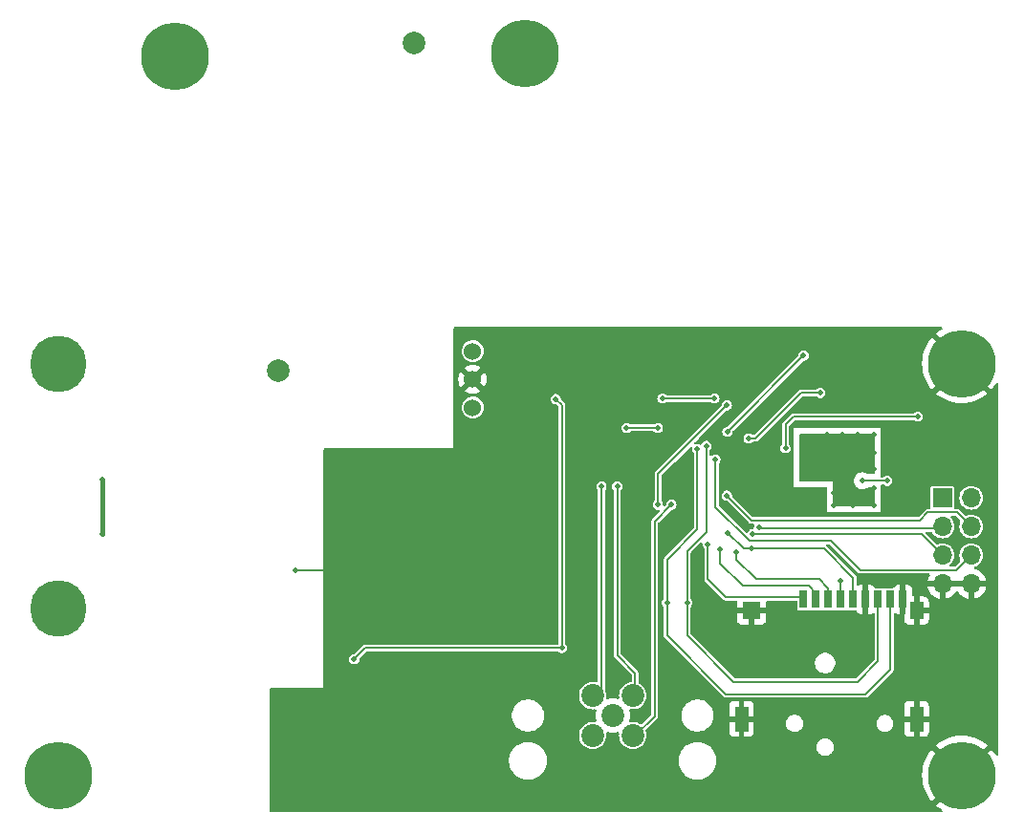
<source format=gbr>
%TF.GenerationSoftware,KiCad,Pcbnew,8.0.5*%
%TF.CreationDate,2024-10-07T01:51:17+09:00*%
%TF.ProjectId,fsk-energymeter,66736b2d-656e-4657-9267-796d65746572,v0.0.1*%
%TF.SameCoordinates,Original*%
%TF.FileFunction,Copper,L2,Bot*%
%TF.FilePolarity,Positive*%
%FSLAX46Y46*%
G04 Gerber Fmt 4.6, Leading zero omitted, Abs format (unit mm)*
G04 Created by KiCad (PCBNEW 8.0.5) date 2024-10-07 01:51:17*
%MOMM*%
%LPD*%
G01*
G04 APERTURE LIST*
%TA.AperFunction,ComponentPad*%
%ADD10C,3.400000*%
%TD*%
%TA.AperFunction,ConnectorPad*%
%ADD11C,6.000000*%
%TD*%
%TA.AperFunction,ComponentPad*%
%ADD12C,2.900000*%
%TD*%
%TA.AperFunction,ConnectorPad*%
%ADD13C,5.000000*%
%TD*%
%TA.AperFunction,ComponentPad*%
%ADD14C,2.000000*%
%TD*%
%TA.AperFunction,ComponentPad*%
%ADD15C,1.524000*%
%TD*%
%TA.AperFunction,ComponentPad*%
%ADD16R,1.700000X1.700000*%
%TD*%
%TA.AperFunction,ComponentPad*%
%ADD17O,1.700000X1.700000*%
%TD*%
%TA.AperFunction,ComponentPad*%
%ADD18C,2.025000*%
%TD*%
%TA.AperFunction,SMDPad,CuDef*%
%ADD19R,0.700000X1.600000*%
%TD*%
%TA.AperFunction,SMDPad,CuDef*%
%ADD20R,1.200000X1.500000*%
%TD*%
%TA.AperFunction,SMDPad,CuDef*%
%ADD21R,1.200000X2.200000*%
%TD*%
%TA.AperFunction,SMDPad,CuDef*%
%ADD22R,1.600000X1.500000*%
%TD*%
%TA.AperFunction,ViaPad*%
%ADD23C,0.500000*%
%TD*%
%TA.AperFunction,Conductor*%
%ADD24C,0.200000*%
%TD*%
%TA.AperFunction,Conductor*%
%ADD25C,0.400000*%
%TD*%
G04 APERTURE END LIST*
D10*
%TO.P,H5,1*%
%TO.N,N/C*%
X126800000Y-49600000D03*
D11*
X126800000Y-49600000D03*
%TD*%
D10*
%TO.P,H7,1,1*%
%TO.N,GND*%
X165500000Y-113600000D03*
D11*
X165500000Y-113600000D03*
%TD*%
D12*
%TO.P,H1,1,1*%
%TO.N,HV+*%
X85500000Y-77100000D03*
D13*
X85500000Y-77100000D03*
%TD*%
D10*
%TO.P,H3,1*%
%TO.N,N/C*%
X85500000Y-113600000D03*
D11*
X85500000Y-113600000D03*
%TD*%
D10*
%TO.P,H6,1,1*%
%TO.N,GND*%
X165500000Y-77100000D03*
D11*
X165500000Y-77100000D03*
%TD*%
D14*
%TO.P,U1,*%
%TO.N,*%
X105000000Y-77700000D03*
X117000000Y-48700000D03*
D15*
%TO.P,U1,1,VOUT*%
%TO.N,/HALL*%
X122200000Y-81000000D03*
%TO.P,U1,2,GND*%
%TO.N,GND*%
X122200000Y-78500000D03*
%TO.P,U1,3,VCC*%
%TO.N,+5VA*%
X122200000Y-76000000D03*
%TD*%
D16*
%TO.P,J2,1,Pin_1*%
%TO.N,+3V3*%
X163800000Y-89000000D03*
D17*
%TO.P,J2,2,Pin_2*%
%TO.N,/USART1_RX*%
X163800000Y-91540000D03*
%TO.P,J2,3,Pin_3*%
%TO.N,/USART1_TX*%
X163800000Y-94080000D03*
%TO.P,J2,4,Pin_4*%
%TO.N,GND*%
X163800000Y-96620000D03*
%TO.P,J2,5,Pin_5*%
%TO.N,+3V3*%
X166340000Y-89000000D03*
%TO.P,J2,6,Pin_6*%
%TO.N,/SWCLK*%
X166340000Y-91540000D03*
%TO.P,J2,7,Pin_7*%
%TO.N,/SWDIO*%
X166340000Y-94080000D03*
%TO.P,J2,8,Pin_8*%
%TO.N,GND*%
X166340000Y-96620000D03*
%TD*%
D18*
%TO.P,J1,1,1*%
%TO.N,Net-(J1-Pad1)*%
X132830000Y-106530000D03*
%TO.P,J1,2,2*%
%TO.N,Net-(J1-Pad2)*%
X136370000Y-106530000D03*
%TO.P,J1,3,3*%
%TO.N,+5V*%
X136370000Y-110070000D03*
%TO.P,J1,4,4*%
%TO.N,VBUS*%
X132830000Y-110070000D03*
%TO.P,J1,5,5*%
%TO.N,GND*%
X134600000Y-108300000D03*
%TD*%
D12*
%TO.P,H2,1,1*%
%TO.N,HV-*%
X85500000Y-98800000D03*
D13*
X85500000Y-98800000D03*
%TD*%
D10*
%TO.P,H4,1*%
%TO.N,N/C*%
X95800000Y-49900000D03*
D11*
X95800000Y-49900000D03*
%TD*%
D19*
%TO.P,J3,1,DAT2*%
%TO.N,/SDIO_D2*%
X151500000Y-98000000D03*
%TO.P,J3,2,DAT3/CD*%
%TO.N,/SDIO_D3*%
X152600000Y-98000000D03*
%TO.P,J3,3,CMD*%
%TO.N,/SDIO_CMD*%
X153700000Y-98000000D03*
%TO.P,J3,4,VDD*%
%TO.N,+3V3*%
X154800000Y-98000000D03*
%TO.P,J3,5,CLK*%
%TO.N,/SDIO_CK*%
X155900000Y-98000000D03*
%TO.P,J3,6,VSS*%
%TO.N,GND*%
X157000000Y-98000000D03*
%TO.P,J3,7,DAT0*%
%TO.N,/SDIO_D0*%
X158100000Y-98000000D03*
%TO.P,J3,8,DAT1*%
%TO.N,/SDIO_D1*%
X159200000Y-98000000D03*
%TO.P,J3,CD1,CD1*%
%TO.N,GND*%
X160300000Y-98000000D03*
D20*
%TO.P,J3,G1,G1*%
X161500000Y-99000000D03*
D21*
%TO.P,J3,G2,G2*%
X161500000Y-108600000D03*
%TO.P,J3,G3,G3*%
X146000000Y-108600000D03*
D22*
%TO.P,J3,G4,G4*%
X146900000Y-99000000D03*
%TD*%
D23*
%TO.N,/SDIO_D3*%
X144100000Y-93600000D03*
%TO.N,/SDIO_D0*%
X141200000Y-98300000D03*
X142900000Y-84400000D03*
%TO.N,/SDIO_D2*%
X143000000Y-93100000D03*
%TO.N,GND*%
X134600000Y-111700000D03*
X157700000Y-83425000D03*
X153600000Y-83425000D03*
X128725000Y-80800000D03*
X154150000Y-88575000D03*
X105750000Y-110800000D03*
X112950000Y-105165000D03*
X154150000Y-87425000D03*
X135700000Y-88800000D03*
X122550000Y-91600000D03*
X160100000Y-75900000D03*
X157700000Y-86475000D03*
X154900000Y-83425000D03*
X155900000Y-89675000D03*
X154150000Y-89675000D03*
X139600000Y-76000000D03*
X106500000Y-95450000D03*
X113850000Y-95450000D03*
X146775000Y-75425000D03*
X153600000Y-85800000D03*
X149050000Y-88850000D03*
X153600000Y-84425000D03*
X157700000Y-84975000D03*
X143525000Y-75425000D03*
X131450000Y-97100000D03*
X153600000Y-86900000D03*
X151025000Y-115575000D03*
X148700000Y-80800000D03*
X157700000Y-89675000D03*
X156300000Y-83425000D03*
X157700000Y-88175000D03*
X161200000Y-86200000D03*
%TO.N,/SDIO_CK*%
X146900000Y-93500000D03*
X144800000Y-92100000D03*
%TO.N,+3V3*%
X144700000Y-80800000D03*
X158900000Y-87500000D03*
X138600000Y-89600000D03*
X156700000Y-87500000D03*
X154800000Y-96375000D03*
%TO.N,/SDIO_D1*%
X142100000Y-84700000D03*
X139400000Y-98300000D03*
%TO.N,/SDIO_CMD*%
X145561091Y-93838909D03*
%TO.N,+5V*%
X152975000Y-79700000D03*
X146634314Y-83734314D03*
X139800000Y-89600000D03*
%TO.N,VBUS*%
X129550000Y-80250000D03*
X130100000Y-102300000D03*
X111700000Y-103300000D03*
%TO.N,HV-*%
X89412000Y-87400000D03*
X89412000Y-92205000D03*
%TO.N,/USB_DETECT*%
X144750000Y-83150000D03*
X151500000Y-76400000D03*
%TO.N,/SWCLK*%
X144700000Y-88800000D03*
%TO.N,/SWDIO*%
X143700000Y-85600000D03*
%TO.N,/RST*%
X161600000Y-81800000D03*
X149900000Y-84600000D03*
%TO.N,/SPI2_MOSI*%
X138600000Y-82800000D03*
X135825000Y-82825000D03*
%TO.N,/SPI2_INT*%
X139000000Y-80200000D03*
X143600000Y-80200000D03*
%TO.N,Net-(J1-Pad2)*%
X135000000Y-88000000D03*
%TO.N,Net-(J1-Pad1)*%
X133600000Y-88000000D03*
%TO.N,/USART1_TX*%
X147000000Y-92200000D03*
%TO.N,/USART1_RX*%
X147550000Y-91650000D03*
%TD*%
D24*
%TO.N,/SDIO_D3*%
X144100000Y-94800000D02*
X146100000Y-96800000D01*
X146100000Y-96800000D02*
X151975000Y-96800000D01*
X144100000Y-93600000D02*
X144100000Y-94800000D01*
X151975000Y-96800000D02*
X152600000Y-97425000D01*
X152600000Y-97425000D02*
X152600000Y-98000000D01*
%TO.N,/SDIO_D0*%
X158100000Y-103500000D02*
X156300000Y-105300000D01*
X141200000Y-101200000D02*
X145300000Y-105300000D01*
X142900000Y-92000000D02*
X142900000Y-84400000D01*
X158100000Y-98000000D02*
X158100000Y-103500000D01*
X145300000Y-105300000D02*
X156300000Y-105300000D01*
X141200000Y-98300000D02*
X141200000Y-101200000D01*
X141200000Y-93700000D02*
X142900000Y-92000000D01*
X141200000Y-98300000D02*
X141200000Y-93700000D01*
%TO.N,/SDIO_D2*%
X144600000Y-97800000D02*
X143000000Y-96200000D01*
X151300000Y-97800000D02*
X144600000Y-97800000D01*
X143000000Y-96200000D02*
X143000000Y-93100000D01*
X151500000Y-98000000D02*
X151300000Y-97800000D01*
%TO.N,GND*%
X106500000Y-95450000D02*
X113850000Y-95450000D01*
%TO.N,/SDIO_CK*%
X144800000Y-92100000D02*
X146200000Y-93500000D01*
X155900000Y-96100000D02*
X155900000Y-98000000D01*
X146200000Y-93500000D02*
X146900000Y-93500000D01*
X146900000Y-93500000D02*
X153300000Y-93500000D01*
X153300000Y-93500000D02*
X155900000Y-96100000D01*
%TO.N,+3V3*%
X138600000Y-86900000D02*
X138600000Y-89600000D01*
X154800000Y-96375000D02*
X154800000Y-98000000D01*
X158900000Y-87500000D02*
X156700000Y-87500000D01*
X144700000Y-80800000D02*
X138600000Y-86900000D01*
%TO.N,/SDIO_D1*%
X159200000Y-98000000D02*
X159200000Y-104200000D01*
X139400000Y-98300000D02*
X139400000Y-94500000D01*
X139400000Y-94500000D02*
X142100000Y-91800000D01*
X139400000Y-101200000D02*
X139400000Y-98300000D01*
X157000000Y-106400000D02*
X144600000Y-106400000D01*
X159200000Y-104200000D02*
X157000000Y-106400000D01*
X144600000Y-106400000D02*
X139400000Y-101200000D01*
X142100000Y-91800000D02*
X142100000Y-84700000D01*
%TO.N,/SDIO_CMD*%
X147300000Y-96200000D02*
X145561091Y-94461091D01*
X153700000Y-98000000D02*
X153700000Y-97000000D01*
X153700000Y-97000000D02*
X152900000Y-96200000D01*
X145561091Y-94461091D02*
X145561091Y-93838909D01*
X152900000Y-96200000D02*
X147300000Y-96200000D01*
%TO.N,+5V*%
X139800000Y-89600000D02*
X138300000Y-91100000D01*
X138300000Y-91100000D02*
X138300000Y-108340000D01*
X147240686Y-83734314D02*
X146634314Y-83734314D01*
X138300000Y-108340000D02*
X136570000Y-110070000D01*
X152975000Y-79700000D02*
X151275000Y-79700000D01*
X151275000Y-79700000D02*
X147240686Y-83734314D01*
%TO.N,VBUS*%
X130100000Y-80800000D02*
X129550000Y-80250000D01*
X130100000Y-102300000D02*
X130100000Y-80800000D01*
X130100000Y-102300000D02*
X112700000Y-102300000D01*
X112700000Y-102300000D02*
X111700000Y-103300000D01*
D25*
%TO.N,HV-*%
X89412000Y-87400000D02*
X89412000Y-92205000D01*
D24*
%TO.N,/USB_DETECT*%
X144750000Y-83150000D02*
X151500000Y-76400000D01*
%TO.N,/SWCLK*%
X162500000Y-90300000D02*
X163233654Y-90300000D01*
X165100000Y-90300000D02*
X166340000Y-91540000D01*
X144700000Y-88800000D02*
X146900000Y-91000000D01*
X146900000Y-91000000D02*
X161800000Y-91000000D01*
X163233654Y-90300000D02*
X165100000Y-90300000D01*
X161800000Y-91000000D02*
X162500000Y-90300000D01*
%TO.N,/SWDIO*%
X156500000Y-95400000D02*
X165020000Y-95400000D01*
X165020000Y-95400000D02*
X166340000Y-94080000D01*
X143700000Y-85600000D02*
X143700000Y-89800000D01*
X143700000Y-89800000D02*
X146700000Y-92800000D01*
X146700000Y-92800000D02*
X153900000Y-92800000D01*
X153900000Y-92800000D02*
X156500000Y-95400000D01*
%TO.N,/RST*%
X150600000Y-81800000D02*
X149900000Y-82500000D01*
X161600000Y-81800000D02*
X150600000Y-81800000D01*
X149900000Y-82500000D02*
X149900000Y-84600000D01*
%TO.N,/SPI2_MOSI*%
X135850000Y-82800000D02*
X138600000Y-82800000D01*
X135825000Y-82825000D02*
X135850000Y-82800000D01*
%TO.N,/SPI2_INT*%
X139000000Y-80200000D02*
X143600000Y-80200000D01*
%TO.N,Net-(J1-Pad2)*%
X135000000Y-88000000D02*
X135000000Y-103000000D01*
X136600000Y-106500000D02*
X136570000Y-106530000D01*
X136600000Y-104600000D02*
X136600000Y-106500000D01*
X135000000Y-103000000D02*
X136600000Y-104600000D01*
%TO.N,Net-(J1-Pad1)*%
X133600000Y-88000000D02*
X133600000Y-105960000D01*
X133600000Y-105960000D02*
X133030000Y-106530000D01*
%TO.N,/USART1_TX*%
X161920000Y-92200000D02*
X163800000Y-94080000D01*
X147000000Y-92200000D02*
X161920000Y-92200000D01*
%TO.N,/USART1_RX*%
X147600000Y-91700000D02*
X163640000Y-91700000D01*
X163640000Y-91700000D02*
X163800000Y-91540000D01*
X147550000Y-91650000D02*
X147600000Y-91700000D01*
%TD*%
%TA.AperFunction,Conductor*%
%TO.N,GND*%
G36*
X165874075Y-96427007D02*
G01*
X165840000Y-96554174D01*
X165840000Y-96685826D01*
X165874075Y-96812993D01*
X165906988Y-96870000D01*
X164233012Y-96870000D01*
X164265925Y-96812993D01*
X164300000Y-96685826D01*
X164300000Y-96554174D01*
X164265925Y-96427007D01*
X164233012Y-96370000D01*
X165906988Y-96370000D01*
X165874075Y-96427007D01*
G37*
%TD.AperFunction*%
%TA.AperFunction,Conductor*%
G36*
X157676094Y-83324907D02*
G01*
X157676410Y-83325000D01*
X153700000Y-83325000D01*
X151223420Y-83320237D01*
X151224090Y-83320092D01*
X157676094Y-83324907D01*
G37*
%TD.AperFunction*%
%TA.AperFunction,Conductor*%
G36*
X163726709Y-73869685D02*
G01*
X163772464Y-73922489D01*
X163782408Y-73991647D01*
X163753383Y-74055203D01*
X163727205Y-74077995D01*
X163439924Y-74264557D01*
X163206849Y-74453296D01*
X163206849Y-74453297D01*
X164630893Y-75877341D01*
X164522816Y-75955864D01*
X164355864Y-76122816D01*
X164277341Y-76230893D01*
X162853297Y-74806849D01*
X162853296Y-74806849D01*
X162664557Y-75039924D01*
X162464754Y-75347594D01*
X162298204Y-75674464D01*
X162166736Y-76016948D01*
X162071784Y-76371313D01*
X162071784Y-76371315D01*
X162014397Y-76733646D01*
X161995197Y-77099999D01*
X161995197Y-77100000D01*
X162014397Y-77466353D01*
X162071784Y-77828684D01*
X162071784Y-77828686D01*
X162166736Y-78183051D01*
X162298204Y-78525535D01*
X162464754Y-78852406D01*
X162664553Y-79160070D01*
X162853297Y-79393148D01*
X164277340Y-77969105D01*
X164355864Y-78077184D01*
X164522816Y-78244136D01*
X164630893Y-78322658D01*
X163206850Y-79746701D01*
X163439929Y-79935446D01*
X163747593Y-80135245D01*
X164074464Y-80301795D01*
X164416948Y-80433263D01*
X164771314Y-80528215D01*
X165133646Y-80585602D01*
X165499999Y-80604803D01*
X165500001Y-80604803D01*
X165866353Y-80585602D01*
X166228684Y-80528215D01*
X166228686Y-80528215D01*
X166583051Y-80433263D01*
X166925535Y-80301795D01*
X167252406Y-80135245D01*
X167560064Y-79935450D01*
X167793148Y-79746701D01*
X166369106Y-78322659D01*
X166477184Y-78244136D01*
X166644136Y-78077184D01*
X166722659Y-77969106D01*
X168146701Y-79393148D01*
X168335450Y-79160064D01*
X168522005Y-78872795D01*
X168575026Y-78827292D01*
X168644231Y-78817678D01*
X168707648Y-78847005D01*
X168745142Y-78905962D01*
X168750000Y-78940330D01*
X168750000Y-111759670D01*
X168730315Y-111826709D01*
X168677511Y-111872464D01*
X168608353Y-111882408D01*
X168544797Y-111853383D01*
X168522005Y-111827205D01*
X168335446Y-111539929D01*
X168146701Y-111306850D01*
X166722658Y-112730893D01*
X166644136Y-112622816D01*
X166477184Y-112455864D01*
X166369106Y-112377340D01*
X167793149Y-110953297D01*
X167560070Y-110764553D01*
X167252406Y-110564754D01*
X166925535Y-110398204D01*
X166583051Y-110266736D01*
X166228685Y-110171784D01*
X165866353Y-110114397D01*
X165500001Y-110095197D01*
X165499999Y-110095197D01*
X165133646Y-110114397D01*
X164771315Y-110171784D01*
X164771313Y-110171784D01*
X164416948Y-110266736D01*
X164074464Y-110398204D01*
X163747594Y-110564754D01*
X163439924Y-110764557D01*
X163206849Y-110953296D01*
X163206849Y-110953297D01*
X164630893Y-112377341D01*
X164522816Y-112455864D01*
X164355864Y-112622816D01*
X164277341Y-112730893D01*
X162853297Y-111306849D01*
X162853296Y-111306849D01*
X162664557Y-111539924D01*
X162464754Y-111847594D01*
X162298204Y-112174464D01*
X162166736Y-112516948D01*
X162071784Y-112871313D01*
X162071784Y-112871315D01*
X162014397Y-113233646D01*
X161995197Y-113599999D01*
X161995197Y-113600000D01*
X162014397Y-113966353D01*
X162071784Y-114328684D01*
X162071784Y-114328686D01*
X162166736Y-114683051D01*
X162298204Y-115025535D01*
X162464754Y-115352406D01*
X162664553Y-115660070D01*
X162853297Y-115893148D01*
X164277340Y-114469105D01*
X164355864Y-114577184D01*
X164522816Y-114744136D01*
X164630893Y-114822658D01*
X163206850Y-116246701D01*
X163439929Y-116435446D01*
X163727205Y-116622005D01*
X163772708Y-116675026D01*
X163782322Y-116744231D01*
X163752995Y-116807648D01*
X163694038Y-116845142D01*
X163659670Y-116850000D01*
X104324000Y-116850000D01*
X104256961Y-116830315D01*
X104211206Y-116777511D01*
X104200000Y-116726000D01*
X104200000Y-112190188D01*
X125424500Y-112190188D01*
X125424500Y-112409811D01*
X125424501Y-112409828D01*
X125453167Y-112627573D01*
X125510014Y-112839729D01*
X125594063Y-113042641D01*
X125594065Y-113042645D01*
X125703884Y-113232855D01*
X125703889Y-113232861D01*
X125703890Y-113232863D01*
X125837588Y-113407102D01*
X125837594Y-113407109D01*
X125992890Y-113562405D01*
X125992896Y-113562410D01*
X126167145Y-113696116D01*
X126357355Y-113805935D01*
X126458814Y-113847960D01*
X126560270Y-113889985D01*
X126560271Y-113889985D01*
X126560273Y-113889986D01*
X126772425Y-113946832D01*
X126990182Y-113975500D01*
X126990189Y-113975500D01*
X127209811Y-113975500D01*
X127209818Y-113975500D01*
X127427575Y-113946832D01*
X127639727Y-113889986D01*
X127842645Y-113805935D01*
X128032855Y-113696116D01*
X128207104Y-113562410D01*
X128362410Y-113407104D01*
X128496116Y-113232855D01*
X128605935Y-113042645D01*
X128689986Y-112839727D01*
X128746832Y-112627575D01*
X128775500Y-112409818D01*
X128775500Y-112190188D01*
X140424500Y-112190188D01*
X140424500Y-112409811D01*
X140424501Y-112409828D01*
X140453167Y-112627573D01*
X140510014Y-112839729D01*
X140594063Y-113042641D01*
X140594065Y-113042645D01*
X140703884Y-113232855D01*
X140703889Y-113232861D01*
X140703890Y-113232863D01*
X140837588Y-113407102D01*
X140837594Y-113407109D01*
X140992890Y-113562405D01*
X140992896Y-113562410D01*
X141167145Y-113696116D01*
X141357355Y-113805935D01*
X141458814Y-113847960D01*
X141560270Y-113889985D01*
X141560271Y-113889985D01*
X141560273Y-113889986D01*
X141772425Y-113946832D01*
X141990182Y-113975500D01*
X141990189Y-113975500D01*
X142209811Y-113975500D01*
X142209818Y-113975500D01*
X142427575Y-113946832D01*
X142639727Y-113889986D01*
X142842645Y-113805935D01*
X143032855Y-113696116D01*
X143207104Y-113562410D01*
X143362410Y-113407104D01*
X143496116Y-113232855D01*
X143605935Y-113042645D01*
X143689986Y-112839727D01*
X143746832Y-112627575D01*
X143775500Y-112409818D01*
X143775500Y-112190182D01*
X143746832Y-111972425D01*
X143689986Y-111760273D01*
X143605935Y-111557355D01*
X143496116Y-111367145D01*
X143435104Y-111287633D01*
X143362411Y-111192897D01*
X143362405Y-111192890D01*
X143207109Y-111037594D01*
X143207102Y-111037588D01*
X143188892Y-111023615D01*
X152624500Y-111023615D01*
X152624500Y-111176384D01*
X152654300Y-111326197D01*
X152654302Y-111326205D01*
X152712759Y-111467334D01*
X152712764Y-111467343D01*
X152797629Y-111594351D01*
X152797632Y-111594355D01*
X152905644Y-111702367D01*
X152905648Y-111702370D01*
X153032656Y-111787235D01*
X153032662Y-111787238D01*
X153032663Y-111787239D01*
X153173795Y-111845698D01*
X153308357Y-111872464D01*
X153323615Y-111875499D01*
X153323619Y-111875500D01*
X153323620Y-111875500D01*
X153476381Y-111875500D01*
X153476382Y-111875499D01*
X153626205Y-111845698D01*
X153767337Y-111787239D01*
X153894352Y-111702370D01*
X154002370Y-111594352D01*
X154087239Y-111467337D01*
X154145698Y-111326205D01*
X154175500Y-111176380D01*
X154175500Y-111023620D01*
X154145698Y-110873795D01*
X154087239Y-110732663D01*
X154087238Y-110732662D01*
X154087235Y-110732656D01*
X154002370Y-110605648D01*
X154002367Y-110605644D01*
X153894355Y-110497632D01*
X153894351Y-110497629D01*
X153767343Y-110412764D01*
X153767334Y-110412759D01*
X153626205Y-110354302D01*
X153626197Y-110354300D01*
X153476384Y-110324500D01*
X153476380Y-110324500D01*
X153323620Y-110324500D01*
X153323615Y-110324500D01*
X153173802Y-110354300D01*
X153173794Y-110354302D01*
X153032665Y-110412759D01*
X153032656Y-110412764D01*
X152905648Y-110497629D01*
X152905644Y-110497632D01*
X152797632Y-110605644D01*
X152797629Y-110605648D01*
X152712764Y-110732656D01*
X152712759Y-110732665D01*
X152654302Y-110873794D01*
X152654300Y-110873802D01*
X152624500Y-111023615D01*
X143188892Y-111023615D01*
X143032863Y-110903890D01*
X143032861Y-110903889D01*
X143032855Y-110903884D01*
X142842645Y-110794065D01*
X142842641Y-110794063D01*
X142639729Y-110710014D01*
X142427573Y-110653167D01*
X142209828Y-110624501D01*
X142209823Y-110624500D01*
X142209818Y-110624500D01*
X141990182Y-110624500D01*
X141990176Y-110624500D01*
X141990171Y-110624501D01*
X141772426Y-110653167D01*
X141560270Y-110710014D01*
X141357358Y-110794063D01*
X141357354Y-110794065D01*
X141167145Y-110903884D01*
X141167136Y-110903890D01*
X140992897Y-111037588D01*
X140992890Y-111037594D01*
X140837594Y-111192890D01*
X140837588Y-111192897D01*
X140703890Y-111367136D01*
X140703884Y-111367145D01*
X140594065Y-111557354D01*
X140594063Y-111557358D01*
X140510014Y-111760270D01*
X140453167Y-111972426D01*
X140424501Y-112190171D01*
X140424500Y-112190188D01*
X128775500Y-112190188D01*
X128775500Y-112190182D01*
X128746832Y-111972425D01*
X128689986Y-111760273D01*
X128605935Y-111557355D01*
X128496116Y-111367145D01*
X128435104Y-111287633D01*
X128362411Y-111192897D01*
X128362405Y-111192890D01*
X128207109Y-111037594D01*
X128207102Y-111037588D01*
X128032863Y-110903890D01*
X128032861Y-110903889D01*
X128032855Y-110903884D01*
X127842645Y-110794065D01*
X127842641Y-110794063D01*
X127639729Y-110710014D01*
X127427573Y-110653167D01*
X127209828Y-110624501D01*
X127209823Y-110624500D01*
X127209818Y-110624500D01*
X126990182Y-110624500D01*
X126990176Y-110624500D01*
X126990171Y-110624501D01*
X126772426Y-110653167D01*
X126560270Y-110710014D01*
X126357358Y-110794063D01*
X126357354Y-110794065D01*
X126167145Y-110903884D01*
X126167136Y-110903890D01*
X125992897Y-111037588D01*
X125992890Y-111037594D01*
X125837594Y-111192890D01*
X125837588Y-111192897D01*
X125703890Y-111367136D01*
X125703884Y-111367145D01*
X125594065Y-111557354D01*
X125594063Y-111557358D01*
X125510014Y-111760270D01*
X125453167Y-111972426D01*
X125424501Y-112190171D01*
X125424500Y-112190188D01*
X104200000Y-112190188D01*
X104200000Y-108187805D01*
X125674500Y-108187805D01*
X125674500Y-108412194D01*
X125709599Y-108633805D01*
X125778938Y-108847206D01*
X125819128Y-108926082D01*
X125880595Y-109046717D01*
X125880805Y-109047128D01*
X126012683Y-109228644D01*
X126012687Y-109228649D01*
X126171350Y-109387312D01*
X126171355Y-109387316D01*
X126296749Y-109478419D01*
X126352875Y-109519197D01*
X126477508Y-109582701D01*
X126552793Y-109621061D01*
X126552795Y-109621061D01*
X126552798Y-109621063D01*
X126636074Y-109648121D01*
X126766194Y-109690400D01*
X126987806Y-109725500D01*
X126987811Y-109725500D01*
X127212194Y-109725500D01*
X127433805Y-109690400D01*
X127647202Y-109621063D01*
X127847125Y-109519197D01*
X128028651Y-109387311D01*
X128187311Y-109228651D01*
X128319197Y-109047125D01*
X128421063Y-108847202D01*
X128490400Y-108633805D01*
X128505678Y-108537342D01*
X128525500Y-108412194D01*
X128525500Y-108187805D01*
X128490400Y-107966194D01*
X128421061Y-107752793D01*
X128381015Y-107674199D01*
X128319197Y-107552875D01*
X128253725Y-107462760D01*
X128187316Y-107371355D01*
X128187312Y-107371350D01*
X128028649Y-107212687D01*
X128028644Y-107212683D01*
X127847128Y-107080805D01*
X127847127Y-107080804D01*
X127847125Y-107080803D01*
X127784692Y-107048992D01*
X127647206Y-106978938D01*
X127433805Y-106909599D01*
X127212194Y-106874500D01*
X127212189Y-106874500D01*
X126987811Y-106874500D01*
X126987806Y-106874500D01*
X126766194Y-106909599D01*
X126552793Y-106978938D01*
X126352871Y-107080805D01*
X126171355Y-107212683D01*
X126171350Y-107212687D01*
X126012687Y-107371350D01*
X126012683Y-107371355D01*
X125880805Y-107552871D01*
X125778938Y-107752793D01*
X125709599Y-107966194D01*
X125674500Y-108187805D01*
X104200000Y-108187805D01*
X104200000Y-106529999D01*
X131612367Y-106529999D01*
X131612367Y-106530000D01*
X131630865Y-106741435D01*
X131630867Y-106741445D01*
X131685796Y-106946447D01*
X131685798Y-106946451D01*
X131685799Y-106946455D01*
X131748447Y-107080803D01*
X131775499Y-107138817D01*
X131775503Y-107138823D01*
X131827225Y-107212689D01*
X131897239Y-107312679D01*
X132047321Y-107462761D01*
X132221183Y-107584501D01*
X132413545Y-107674201D01*
X132618560Y-107729134D01*
X132787712Y-107743933D01*
X132829999Y-107747633D01*
X132830000Y-107747633D01*
X132830001Y-107747633D01*
X132887000Y-107742645D01*
X133012989Y-107731623D01*
X133081489Y-107745389D01*
X133131672Y-107794005D01*
X133147606Y-107862033D01*
X133144371Y-107884098D01*
X133101502Y-108062657D01*
X133082823Y-108300000D01*
X133101502Y-108537342D01*
X133144371Y-108715901D01*
X133140880Y-108785683D01*
X133100216Y-108842501D01*
X133035290Y-108868314D01*
X133012990Y-108868376D01*
X132830002Y-108852367D01*
X132829999Y-108852367D01*
X132618564Y-108870865D01*
X132618554Y-108870867D01*
X132413552Y-108925796D01*
X132413543Y-108925800D01*
X132221184Y-109015498D01*
X132221182Y-109015499D01*
X132047319Y-109137239D01*
X131897239Y-109287319D01*
X131775499Y-109461182D01*
X131775498Y-109461184D01*
X131685800Y-109653543D01*
X131685796Y-109653552D01*
X131630867Y-109858554D01*
X131630865Y-109858564D01*
X131612367Y-110069999D01*
X131612367Y-110070000D01*
X131630865Y-110281435D01*
X131630867Y-110281445D01*
X131685796Y-110486447D01*
X131685798Y-110486451D01*
X131685799Y-110486455D01*
X131741378Y-110605644D01*
X131775499Y-110678817D01*
X131775503Y-110678823D01*
X131813204Y-110732665D01*
X131897239Y-110852679D01*
X132047321Y-111002761D01*
X132221183Y-111124501D01*
X132413545Y-111214201D01*
X132618560Y-111269134D01*
X132787712Y-111283933D01*
X132829999Y-111287633D01*
X132830000Y-111287633D01*
X132830001Y-111287633D01*
X132865240Y-111284549D01*
X133041440Y-111269134D01*
X133246455Y-111214201D01*
X133438817Y-111124501D01*
X133612679Y-111002761D01*
X133762761Y-110852679D01*
X133884501Y-110678817D01*
X133974201Y-110486455D01*
X134029134Y-110281440D01*
X134047633Y-110070000D01*
X134031623Y-109887009D01*
X134045389Y-109818510D01*
X134094005Y-109768327D01*
X134162033Y-109752393D01*
X134184099Y-109755628D01*
X134362659Y-109798497D01*
X134600000Y-109817176D01*
X134837340Y-109798497D01*
X135015900Y-109755628D01*
X135085683Y-109759119D01*
X135142500Y-109799782D01*
X135168314Y-109864708D01*
X135168376Y-109887009D01*
X135152367Y-110069997D01*
X135152367Y-110070000D01*
X135170865Y-110281435D01*
X135170867Y-110281445D01*
X135225796Y-110486447D01*
X135225798Y-110486451D01*
X135225799Y-110486455D01*
X135281378Y-110605644D01*
X135315499Y-110678817D01*
X135315503Y-110678823D01*
X135353204Y-110732665D01*
X135437239Y-110852679D01*
X135587321Y-111002761D01*
X135761183Y-111124501D01*
X135953545Y-111214201D01*
X136158560Y-111269134D01*
X136327712Y-111283933D01*
X136369999Y-111287633D01*
X136370000Y-111287633D01*
X136370001Y-111287633D01*
X136405240Y-111284549D01*
X136581440Y-111269134D01*
X136786455Y-111214201D01*
X136978817Y-111124501D01*
X137152679Y-111002761D01*
X137302761Y-110852679D01*
X137424501Y-110678817D01*
X137514201Y-110486455D01*
X137569134Y-110281440D01*
X137587633Y-110070000D01*
X137569134Y-109858560D01*
X137539468Y-109747844D01*
X144900000Y-109747844D01*
X144906401Y-109807372D01*
X144906403Y-109807379D01*
X144956645Y-109942086D01*
X144956649Y-109942093D01*
X145042809Y-110057187D01*
X145042812Y-110057190D01*
X145157906Y-110143350D01*
X145157913Y-110143354D01*
X145292620Y-110193596D01*
X145292627Y-110193598D01*
X145352155Y-110199999D01*
X145352172Y-110200000D01*
X145750000Y-110200000D01*
X146250000Y-110200000D01*
X146647828Y-110200000D01*
X146647844Y-110199999D01*
X146707372Y-110193598D01*
X146707379Y-110193596D01*
X146842086Y-110143354D01*
X146842093Y-110143350D01*
X146957187Y-110057190D01*
X146957190Y-110057187D01*
X147043350Y-109942093D01*
X147043354Y-109942086D01*
X147093596Y-109807379D01*
X147093598Y-109807372D01*
X147099999Y-109747844D01*
X147100000Y-109747827D01*
X147100000Y-109073920D01*
X149949499Y-109073920D01*
X149978340Y-109218907D01*
X149978343Y-109218917D01*
X150034912Y-109355488D01*
X150034919Y-109355501D01*
X150117048Y-109478415D01*
X150117051Y-109478419D01*
X150221580Y-109582948D01*
X150221584Y-109582951D01*
X150344498Y-109665080D01*
X150344511Y-109665087D01*
X150405623Y-109690400D01*
X150481087Y-109721658D01*
X150481091Y-109721658D01*
X150481092Y-109721659D01*
X150626079Y-109750500D01*
X150626082Y-109750500D01*
X150773920Y-109750500D01*
X150899598Y-109725500D01*
X150918913Y-109721658D01*
X151055495Y-109665084D01*
X151178416Y-109582951D01*
X151282951Y-109478416D01*
X151365084Y-109355495D01*
X151421658Y-109218913D01*
X151431096Y-109171462D01*
X151450500Y-109073920D01*
X157949499Y-109073920D01*
X157978340Y-109218907D01*
X157978343Y-109218917D01*
X158034912Y-109355488D01*
X158034919Y-109355501D01*
X158117048Y-109478415D01*
X158117051Y-109478419D01*
X158221580Y-109582948D01*
X158221584Y-109582951D01*
X158344498Y-109665080D01*
X158344511Y-109665087D01*
X158405623Y-109690400D01*
X158481087Y-109721658D01*
X158481091Y-109721658D01*
X158481092Y-109721659D01*
X158626079Y-109750500D01*
X158626082Y-109750500D01*
X158773920Y-109750500D01*
X158787272Y-109747844D01*
X160400000Y-109747844D01*
X160406401Y-109807372D01*
X160406403Y-109807379D01*
X160456645Y-109942086D01*
X160456649Y-109942093D01*
X160542809Y-110057187D01*
X160542812Y-110057190D01*
X160657906Y-110143350D01*
X160657913Y-110143354D01*
X160792620Y-110193596D01*
X160792627Y-110193598D01*
X160852155Y-110199999D01*
X160852172Y-110200000D01*
X161250000Y-110200000D01*
X161750000Y-110200000D01*
X162147828Y-110200000D01*
X162147844Y-110199999D01*
X162207372Y-110193598D01*
X162207379Y-110193596D01*
X162342086Y-110143354D01*
X162342093Y-110143350D01*
X162457187Y-110057190D01*
X162457190Y-110057187D01*
X162543350Y-109942093D01*
X162543354Y-109942086D01*
X162593596Y-109807379D01*
X162593598Y-109807372D01*
X162599999Y-109747844D01*
X162600000Y-109747827D01*
X162600000Y-108850000D01*
X161750000Y-108850000D01*
X161750000Y-110200000D01*
X161250000Y-110200000D01*
X161250000Y-108850000D01*
X160400000Y-108850000D01*
X160400000Y-109747844D01*
X158787272Y-109747844D01*
X158899598Y-109725500D01*
X158918913Y-109721658D01*
X159055495Y-109665084D01*
X159178416Y-109582951D01*
X159282951Y-109478416D01*
X159365084Y-109355495D01*
X159421658Y-109218913D01*
X159431096Y-109171462D01*
X159450500Y-109073920D01*
X159450500Y-108926079D01*
X159421659Y-108781092D01*
X159421658Y-108781091D01*
X159421658Y-108781087D01*
X159421656Y-108781082D01*
X159365087Y-108644511D01*
X159365080Y-108644498D01*
X159282951Y-108521584D01*
X159282948Y-108521580D01*
X159178419Y-108417051D01*
X159178415Y-108417048D01*
X159055501Y-108334919D01*
X159055488Y-108334912D01*
X158918917Y-108278343D01*
X158918907Y-108278340D01*
X158773920Y-108249500D01*
X158773918Y-108249500D01*
X158626082Y-108249500D01*
X158626080Y-108249500D01*
X158481092Y-108278340D01*
X158481082Y-108278343D01*
X158344511Y-108334912D01*
X158344498Y-108334919D01*
X158221584Y-108417048D01*
X158221580Y-108417051D01*
X158117051Y-108521580D01*
X158117048Y-108521584D01*
X158034919Y-108644498D01*
X158034912Y-108644511D01*
X157978343Y-108781082D01*
X157978340Y-108781092D01*
X157949500Y-108926079D01*
X157949500Y-108926082D01*
X157949500Y-109073918D01*
X157949500Y-109073920D01*
X157949499Y-109073920D01*
X151450500Y-109073920D01*
X151450500Y-108926079D01*
X151421659Y-108781092D01*
X151421658Y-108781091D01*
X151421658Y-108781087D01*
X151421656Y-108781082D01*
X151365087Y-108644511D01*
X151365080Y-108644498D01*
X151282951Y-108521584D01*
X151282948Y-108521580D01*
X151178419Y-108417051D01*
X151178415Y-108417048D01*
X151055501Y-108334919D01*
X151055488Y-108334912D01*
X150918917Y-108278343D01*
X150918907Y-108278340D01*
X150773920Y-108249500D01*
X150773918Y-108249500D01*
X150626082Y-108249500D01*
X150626080Y-108249500D01*
X150481092Y-108278340D01*
X150481082Y-108278343D01*
X150344511Y-108334912D01*
X150344498Y-108334919D01*
X150221584Y-108417048D01*
X150221580Y-108417051D01*
X150117051Y-108521580D01*
X150117048Y-108521584D01*
X150034919Y-108644498D01*
X150034912Y-108644511D01*
X149978343Y-108781082D01*
X149978340Y-108781092D01*
X149949500Y-108926079D01*
X149949500Y-108926082D01*
X149949500Y-109073918D01*
X149949500Y-109073920D01*
X149949499Y-109073920D01*
X147100000Y-109073920D01*
X147100000Y-108850000D01*
X146250000Y-108850000D01*
X146250000Y-110200000D01*
X145750000Y-110200000D01*
X145750000Y-108850000D01*
X144900000Y-108850000D01*
X144900000Y-109747844D01*
X137539468Y-109747844D01*
X137514201Y-109653545D01*
X137514197Y-109653537D01*
X137513795Y-109652430D01*
X137513761Y-109651903D01*
X137512800Y-109648315D01*
X137513521Y-109648121D01*
X137509362Y-109582701D01*
X137542635Y-109522335D01*
X138017843Y-109047128D01*
X138540460Y-108524511D01*
X138542150Y-108521584D01*
X138580021Y-108455989D01*
X138600500Y-108379562D01*
X138600500Y-108187805D01*
X140674500Y-108187805D01*
X140674500Y-108412194D01*
X140709599Y-108633805D01*
X140778938Y-108847206D01*
X140819128Y-108926082D01*
X140880595Y-109046717D01*
X140880805Y-109047128D01*
X141012683Y-109228644D01*
X141012687Y-109228649D01*
X141171350Y-109387312D01*
X141171355Y-109387316D01*
X141296749Y-109478419D01*
X141352875Y-109519197D01*
X141477508Y-109582701D01*
X141552793Y-109621061D01*
X141552795Y-109621061D01*
X141552798Y-109621063D01*
X141636074Y-109648121D01*
X141766194Y-109690400D01*
X141987806Y-109725500D01*
X141987811Y-109725500D01*
X142212194Y-109725500D01*
X142433805Y-109690400D01*
X142647202Y-109621063D01*
X142847125Y-109519197D01*
X143028651Y-109387311D01*
X143187311Y-109228651D01*
X143319197Y-109047125D01*
X143421063Y-108847202D01*
X143490400Y-108633805D01*
X143505678Y-108537342D01*
X143525500Y-108412194D01*
X143525500Y-108187805D01*
X143490400Y-107966194D01*
X143421061Y-107752793D01*
X143381015Y-107674199D01*
X143319197Y-107552875D01*
X143253725Y-107462760D01*
X143246020Y-107452155D01*
X144900000Y-107452155D01*
X144900000Y-108350000D01*
X145750000Y-108350000D01*
X146250000Y-108350000D01*
X147100000Y-108350000D01*
X147100000Y-107452172D01*
X147099999Y-107452155D01*
X160400000Y-107452155D01*
X160400000Y-108350000D01*
X161250000Y-108350000D01*
X161750000Y-108350000D01*
X162600000Y-108350000D01*
X162600000Y-107452172D01*
X162599999Y-107452155D01*
X162593598Y-107392627D01*
X162593596Y-107392620D01*
X162543354Y-107257913D01*
X162543350Y-107257906D01*
X162457190Y-107142812D01*
X162457187Y-107142809D01*
X162342093Y-107056649D01*
X162342086Y-107056645D01*
X162207379Y-107006403D01*
X162207372Y-107006401D01*
X162147844Y-107000000D01*
X161750000Y-107000000D01*
X161750000Y-108350000D01*
X161250000Y-108350000D01*
X161250000Y-107000000D01*
X160852155Y-107000000D01*
X160792627Y-107006401D01*
X160792620Y-107006403D01*
X160657913Y-107056645D01*
X160657906Y-107056649D01*
X160542812Y-107142809D01*
X160542809Y-107142812D01*
X160456649Y-107257906D01*
X160456645Y-107257913D01*
X160406403Y-107392620D01*
X160406401Y-107392627D01*
X160400000Y-107452155D01*
X147099999Y-107452155D01*
X147093598Y-107392627D01*
X147093596Y-107392620D01*
X147043354Y-107257913D01*
X147043350Y-107257906D01*
X146957190Y-107142812D01*
X146957187Y-107142809D01*
X146842093Y-107056649D01*
X146842086Y-107056645D01*
X146707379Y-107006403D01*
X146707372Y-107006401D01*
X146647844Y-107000000D01*
X146250000Y-107000000D01*
X146250000Y-108350000D01*
X145750000Y-108350000D01*
X145750000Y-107000000D01*
X145352155Y-107000000D01*
X145292627Y-107006401D01*
X145292620Y-107006403D01*
X145157913Y-107056645D01*
X145157906Y-107056649D01*
X145042812Y-107142809D01*
X145042809Y-107142812D01*
X144956649Y-107257906D01*
X144956645Y-107257913D01*
X144906403Y-107392620D01*
X144906401Y-107392627D01*
X144900000Y-107452155D01*
X143246020Y-107452155D01*
X143187316Y-107371355D01*
X143187312Y-107371350D01*
X143028649Y-107212687D01*
X143028644Y-107212683D01*
X142847128Y-107080805D01*
X142847127Y-107080804D01*
X142847125Y-107080803D01*
X142784692Y-107048992D01*
X142647206Y-106978938D01*
X142433805Y-106909599D01*
X142212194Y-106874500D01*
X142212189Y-106874500D01*
X141987811Y-106874500D01*
X141987806Y-106874500D01*
X141766194Y-106909599D01*
X141552793Y-106978938D01*
X141352871Y-107080805D01*
X141171355Y-107212683D01*
X141171350Y-107212687D01*
X141012687Y-107371350D01*
X141012683Y-107371355D01*
X140880805Y-107552871D01*
X140778938Y-107752793D01*
X140709599Y-107966194D01*
X140674500Y-108187805D01*
X138600500Y-108187805D01*
X138600500Y-91275833D01*
X138620185Y-91208794D01*
X138636819Y-91188152D01*
X139738152Y-90086819D01*
X139799475Y-90053334D01*
X139825833Y-90050500D01*
X139864773Y-90050500D01*
X139864773Y-90050499D01*
X139989069Y-90014004D01*
X140098049Y-89943967D01*
X140182882Y-89846063D01*
X140236697Y-89728226D01*
X140255133Y-89600000D01*
X140236697Y-89471774D01*
X140182882Y-89353937D01*
X140098049Y-89256033D01*
X139989069Y-89185996D01*
X139989065Y-89185994D01*
X139989064Y-89185994D01*
X139864774Y-89149500D01*
X139864772Y-89149500D01*
X139735228Y-89149500D01*
X139735226Y-89149500D01*
X139610935Y-89185994D01*
X139610932Y-89185995D01*
X139610931Y-89185996D01*
X139579910Y-89205932D01*
X139501950Y-89256033D01*
X139417118Y-89353937D01*
X139417117Y-89353938D01*
X139363302Y-89471774D01*
X139345675Y-89594376D01*
X139316650Y-89657931D01*
X139310618Y-89664409D01*
X139264855Y-89710172D01*
X139203532Y-89743657D01*
X139133840Y-89738673D01*
X139077907Y-89696801D01*
X139053490Y-89631337D01*
X139054437Y-89604840D01*
X139055133Y-89600000D01*
X139036697Y-89471774D01*
X138982882Y-89353938D01*
X138982879Y-89353932D01*
X138930786Y-89293812D01*
X138901762Y-89230256D01*
X138900500Y-89212611D01*
X138900500Y-87075833D01*
X138920185Y-87008794D01*
X138936819Y-86988152D01*
X140078910Y-85846061D01*
X141451938Y-84473032D01*
X141513259Y-84439549D01*
X141582951Y-84444533D01*
X141638884Y-84486405D01*
X141663301Y-84551869D01*
X141662355Y-84578361D01*
X141644867Y-84699999D01*
X141663302Y-84828225D01*
X141671449Y-84846063D01*
X141717118Y-84946063D01*
X141769214Y-85006186D01*
X141798238Y-85069738D01*
X141799500Y-85087386D01*
X141799500Y-91624167D01*
X141779815Y-91691206D01*
X141763181Y-91711848D01*
X139159541Y-94315487D01*
X139159535Y-94315495D01*
X139119982Y-94384004D01*
X139119979Y-94384009D01*
X139099500Y-94460439D01*
X139099500Y-97912611D01*
X139079815Y-97979650D01*
X139069214Y-97993812D01*
X139017120Y-98053932D01*
X139017117Y-98053938D01*
X138963302Y-98171774D01*
X138944867Y-98300000D01*
X138963302Y-98428225D01*
X139017117Y-98546061D01*
X139017118Y-98546063D01*
X139069214Y-98606186D01*
X139098238Y-98669738D01*
X139099500Y-98687386D01*
X139099500Y-101239562D01*
X139113152Y-101290513D01*
X139119979Y-101315990D01*
X139119982Y-101315995D01*
X139159535Y-101384504D01*
X139159539Y-101384509D01*
X139159540Y-101384511D01*
X144415489Y-106640460D01*
X144474829Y-106674720D01*
X144484008Y-106680020D01*
X144484012Y-106680022D01*
X144560438Y-106700500D01*
X144560440Y-106700500D01*
X157039560Y-106700500D01*
X157039562Y-106700500D01*
X157115989Y-106680021D01*
X157184511Y-106640460D01*
X157240460Y-106584511D01*
X159440460Y-104384511D01*
X159460696Y-104349461D01*
X159477713Y-104319987D01*
X159477716Y-104319981D01*
X159477988Y-104319508D01*
X159480021Y-104315989D01*
X159500500Y-104239562D01*
X159500500Y-99343000D01*
X160400000Y-99343000D01*
X160400000Y-99797844D01*
X160406401Y-99857372D01*
X160406403Y-99857379D01*
X160456645Y-99992086D01*
X160456649Y-99992093D01*
X160542809Y-100107187D01*
X160542812Y-100107190D01*
X160657906Y-100193350D01*
X160657913Y-100193354D01*
X160792620Y-100243596D01*
X160792627Y-100243598D01*
X160852155Y-100249999D01*
X160852172Y-100250000D01*
X161250000Y-100250000D01*
X161750000Y-100250000D01*
X162147828Y-100250000D01*
X162147844Y-100249999D01*
X162207372Y-100243598D01*
X162207379Y-100243596D01*
X162342086Y-100193354D01*
X162342093Y-100193350D01*
X162457187Y-100107190D01*
X162457190Y-100107187D01*
X162543350Y-99992093D01*
X162543354Y-99992086D01*
X162593596Y-99857379D01*
X162593598Y-99857372D01*
X162599999Y-99797844D01*
X162600000Y-99797827D01*
X162600000Y-99250000D01*
X161750000Y-99250000D01*
X161750000Y-100250000D01*
X161250000Y-100250000D01*
X161250000Y-98750000D01*
X161750000Y-98750000D01*
X162600000Y-98750000D01*
X162600000Y-98202172D01*
X162599999Y-98202155D01*
X162593598Y-98142627D01*
X162593596Y-98142620D01*
X162543354Y-98007913D01*
X162543350Y-98007906D01*
X162457190Y-97892812D01*
X162457187Y-97892809D01*
X162342093Y-97806649D01*
X162342086Y-97806645D01*
X162207379Y-97756403D01*
X162207372Y-97756401D01*
X162147844Y-97750000D01*
X161750000Y-97750000D01*
X161750000Y-98750000D01*
X161250000Y-98750000D01*
X161250000Y-97750000D01*
X161240023Y-97740023D01*
X161206961Y-97730315D01*
X161161206Y-97677511D01*
X161150000Y-97626000D01*
X161150000Y-97152172D01*
X161149999Y-97152155D01*
X161143598Y-97092627D01*
X161143596Y-97092620D01*
X161093354Y-96957913D01*
X161093350Y-96957906D01*
X161007190Y-96842812D01*
X161007187Y-96842809D01*
X160892093Y-96756649D01*
X160892086Y-96756645D01*
X160757379Y-96706403D01*
X160757372Y-96706401D01*
X160697844Y-96700000D01*
X160550000Y-96700000D01*
X160550000Y-99219000D01*
X160530315Y-99286039D01*
X160477511Y-99331794D01*
X160426000Y-99343000D01*
X160400000Y-99343000D01*
X159500500Y-99343000D01*
X159500500Y-99335807D01*
X159520185Y-99268768D01*
X159572989Y-99223013D01*
X159642147Y-99213069D01*
X159698814Y-99236542D01*
X159707913Y-99243354D01*
X159842620Y-99293596D01*
X159842627Y-99293598D01*
X159902155Y-99299999D01*
X159902172Y-99300000D01*
X160050000Y-99300000D01*
X160050000Y-96700000D01*
X159902155Y-96700000D01*
X159842627Y-96706401D01*
X159842620Y-96706403D01*
X159707913Y-96756645D01*
X159707906Y-96756649D01*
X159592812Y-96842809D01*
X159592809Y-96842812D01*
X159512710Y-96949811D01*
X159456777Y-96991682D01*
X159413444Y-96999500D01*
X158830247Y-96999500D01*
X158771770Y-97011131D01*
X158771769Y-97011132D01*
X158718891Y-97046465D01*
X158652214Y-97067343D01*
X158584834Y-97048859D01*
X158581109Y-97046465D01*
X158528230Y-97011132D01*
X158528229Y-97011131D01*
X158469752Y-96999500D01*
X158469748Y-96999500D01*
X157886556Y-96999500D01*
X157819517Y-96979815D01*
X157787290Y-96949811D01*
X157707190Y-96842812D01*
X157707187Y-96842809D01*
X157592093Y-96756649D01*
X157592086Y-96756645D01*
X157457379Y-96706403D01*
X157457372Y-96706401D01*
X157397844Y-96700000D01*
X157250000Y-96700000D01*
X157250000Y-99300000D01*
X157397828Y-99300000D01*
X157397844Y-99299999D01*
X157457372Y-99293598D01*
X157457379Y-99293596D01*
X157592086Y-99243354D01*
X157601186Y-99236542D01*
X157666650Y-99212123D01*
X157734923Y-99226973D01*
X157784330Y-99276377D01*
X157799500Y-99335807D01*
X157799500Y-103324167D01*
X157779815Y-103391206D01*
X157763181Y-103411848D01*
X156211848Y-104963181D01*
X156150525Y-104996666D01*
X156124167Y-104999500D01*
X145475833Y-104999500D01*
X145408794Y-104979815D01*
X145388152Y-104963181D01*
X143986275Y-103561304D01*
X152499500Y-103561304D01*
X152499500Y-103738695D01*
X152534103Y-103912658D01*
X152534106Y-103912667D01*
X152601983Y-104076540D01*
X152601990Y-104076553D01*
X152700535Y-104224034D01*
X152700538Y-104224038D01*
X152825961Y-104349461D01*
X152825965Y-104349464D01*
X152973446Y-104448009D01*
X152973459Y-104448016D01*
X153060358Y-104484010D01*
X153137334Y-104515894D01*
X153137336Y-104515894D01*
X153137341Y-104515896D01*
X153311304Y-104550499D01*
X153311307Y-104550500D01*
X153311309Y-104550500D01*
X153488693Y-104550500D01*
X153488694Y-104550499D01*
X153546682Y-104538964D01*
X153662658Y-104515896D01*
X153662661Y-104515894D01*
X153662666Y-104515894D01*
X153826547Y-104448013D01*
X153974035Y-104349464D01*
X154099464Y-104224035D01*
X154198013Y-104076547D01*
X154265894Y-103912666D01*
X154300500Y-103738691D01*
X154300500Y-103561309D01*
X154300500Y-103561306D01*
X154300499Y-103561304D01*
X154265896Y-103387341D01*
X154265893Y-103387332D01*
X154198016Y-103223459D01*
X154198009Y-103223446D01*
X154099464Y-103075965D01*
X154099461Y-103075961D01*
X153974038Y-102950538D01*
X153974034Y-102950535D01*
X153826553Y-102851990D01*
X153826540Y-102851983D01*
X153662667Y-102784106D01*
X153662658Y-102784103D01*
X153488694Y-102749500D01*
X153488691Y-102749500D01*
X153311309Y-102749500D01*
X153311306Y-102749500D01*
X153137341Y-102784103D01*
X153137332Y-102784106D01*
X152973459Y-102851983D01*
X152973446Y-102851990D01*
X152825965Y-102950535D01*
X152825961Y-102950538D01*
X152700538Y-103075961D01*
X152700535Y-103075965D01*
X152601990Y-103223446D01*
X152601983Y-103223459D01*
X152534106Y-103387332D01*
X152534103Y-103387341D01*
X152499500Y-103561304D01*
X143986275Y-103561304D01*
X141536819Y-101111848D01*
X141503334Y-101050525D01*
X141500500Y-101024167D01*
X141500500Y-99797844D01*
X145600000Y-99797844D01*
X145606401Y-99857372D01*
X145606403Y-99857379D01*
X145656645Y-99992086D01*
X145656649Y-99992093D01*
X145742809Y-100107187D01*
X145742812Y-100107190D01*
X145857906Y-100193350D01*
X145857913Y-100193354D01*
X145992620Y-100243596D01*
X145992627Y-100243598D01*
X146052155Y-100249999D01*
X146052172Y-100250000D01*
X146650000Y-100250000D01*
X147150000Y-100250000D01*
X147747828Y-100250000D01*
X147747844Y-100249999D01*
X147807372Y-100243598D01*
X147807379Y-100243596D01*
X147942086Y-100193354D01*
X147942093Y-100193350D01*
X148057187Y-100107190D01*
X148057190Y-100107187D01*
X148143350Y-99992093D01*
X148143354Y-99992086D01*
X148193596Y-99857379D01*
X148193598Y-99857372D01*
X148199999Y-99797844D01*
X148200000Y-99797827D01*
X148200000Y-99250000D01*
X147150000Y-99250000D01*
X147150000Y-100250000D01*
X146650000Y-100250000D01*
X146650000Y-99250000D01*
X145600000Y-99250000D01*
X145600000Y-99797844D01*
X141500500Y-99797844D01*
X141500500Y-98687386D01*
X141520185Y-98620347D01*
X141530778Y-98606194D01*
X141582882Y-98546063D01*
X141636697Y-98428226D01*
X141655133Y-98300000D01*
X141636697Y-98171774D01*
X141582882Y-98053937D01*
X141582880Y-98053935D01*
X141582879Y-98053932D01*
X141530786Y-97993812D01*
X141501762Y-97930256D01*
X141500500Y-97912611D01*
X141500500Y-93875833D01*
X141520185Y-93808794D01*
X141536819Y-93788152D01*
X141935326Y-93389645D01*
X142335146Y-92989824D01*
X142396467Y-92956341D01*
X142466158Y-92961325D01*
X142522092Y-93003197D01*
X142546509Y-93068661D01*
X142545564Y-93095147D01*
X142544867Y-93099996D01*
X142544867Y-93099999D01*
X142563302Y-93228225D01*
X142601644Y-93312181D01*
X142617118Y-93346063D01*
X142669214Y-93406186D01*
X142698238Y-93469738D01*
X142699500Y-93487386D01*
X142699500Y-96239562D01*
X142709219Y-96275833D01*
X142719979Y-96315990D01*
X142737014Y-96345494D01*
X142754049Y-96375000D01*
X142759540Y-96384511D01*
X144415489Y-98040460D01*
X144484012Y-98080022D01*
X144560438Y-98100500D01*
X145476000Y-98100500D01*
X145543039Y-98120185D01*
X145588794Y-98172989D01*
X145600000Y-98224500D01*
X145600000Y-98750000D01*
X148200000Y-98750000D01*
X148200000Y-98224500D01*
X148219685Y-98157461D01*
X148272489Y-98111706D01*
X148324000Y-98100500D01*
X150825500Y-98100500D01*
X150892539Y-98120185D01*
X150938294Y-98172989D01*
X150949500Y-98224500D01*
X150949500Y-98819752D01*
X150961131Y-98878229D01*
X150961132Y-98878230D01*
X151005447Y-98944552D01*
X151071769Y-98988867D01*
X151071770Y-98988868D01*
X151130247Y-99000499D01*
X151130250Y-99000500D01*
X151130252Y-99000500D01*
X151869750Y-99000500D01*
X151869751Y-99000499D01*
X151884568Y-98997552D01*
X151928229Y-98988868D01*
X151928231Y-98988867D01*
X151981108Y-98953535D01*
X152047785Y-98932656D01*
X152115165Y-98951140D01*
X152118892Y-98953535D01*
X152171768Y-98988867D01*
X152171770Y-98988868D01*
X152230247Y-99000499D01*
X152230250Y-99000500D01*
X152230252Y-99000500D01*
X152969750Y-99000500D01*
X152969751Y-99000499D01*
X152984568Y-98997552D01*
X153028229Y-98988868D01*
X153028231Y-98988867D01*
X153081108Y-98953535D01*
X153147785Y-98932656D01*
X153215165Y-98951140D01*
X153218892Y-98953535D01*
X153271768Y-98988867D01*
X153271770Y-98988868D01*
X153330247Y-99000499D01*
X153330250Y-99000500D01*
X153330252Y-99000500D01*
X154069750Y-99000500D01*
X154069751Y-99000499D01*
X154084568Y-98997552D01*
X154128229Y-98988868D01*
X154128231Y-98988867D01*
X154181108Y-98953535D01*
X154247785Y-98932656D01*
X154315165Y-98951140D01*
X154318892Y-98953535D01*
X154371768Y-98988867D01*
X154371770Y-98988868D01*
X154430247Y-99000499D01*
X154430250Y-99000500D01*
X154430252Y-99000500D01*
X155169750Y-99000500D01*
X155169751Y-99000499D01*
X155184568Y-98997552D01*
X155228229Y-98988868D01*
X155228231Y-98988867D01*
X155281108Y-98953535D01*
X155347785Y-98932656D01*
X155415165Y-98951140D01*
X155418892Y-98953535D01*
X155471768Y-98988867D01*
X155471770Y-98988868D01*
X155530247Y-99000499D01*
X155530250Y-99000500D01*
X156113444Y-99000500D01*
X156180483Y-99020185D01*
X156212710Y-99050189D01*
X156292809Y-99157187D01*
X156292812Y-99157190D01*
X156407906Y-99243350D01*
X156407913Y-99243354D01*
X156542620Y-99293596D01*
X156542627Y-99293598D01*
X156602155Y-99299999D01*
X156602172Y-99300000D01*
X156750000Y-99300000D01*
X156750000Y-96700000D01*
X156602155Y-96700000D01*
X156542627Y-96706401D01*
X156542620Y-96706403D01*
X156407913Y-96756645D01*
X156407911Y-96756646D01*
X156398810Y-96763460D01*
X156333345Y-96787876D01*
X156265072Y-96773024D01*
X156215667Y-96723618D01*
X156200500Y-96664192D01*
X156200500Y-96060439D01*
X156200500Y-96060438D01*
X156180021Y-95984011D01*
X156166983Y-95961428D01*
X156140464Y-95915495D01*
X156140458Y-95915487D01*
X153537152Y-93312181D01*
X153503667Y-93250858D01*
X153508651Y-93181166D01*
X153550523Y-93125233D01*
X153615987Y-93100816D01*
X153624833Y-93100500D01*
X153724167Y-93100500D01*
X153791206Y-93120185D01*
X153811848Y-93136819D01*
X156259540Y-95584511D01*
X156315489Y-95640460D01*
X156315491Y-95640461D01*
X156315495Y-95640464D01*
X156384004Y-95680017D01*
X156384011Y-95680021D01*
X156460438Y-95700500D01*
X156460440Y-95700500D01*
X162557594Y-95700500D01*
X162624633Y-95720185D01*
X162670388Y-95772989D01*
X162680332Y-95842147D01*
X162659169Y-95895624D01*
X162626398Y-95942424D01*
X162526570Y-96156507D01*
X162526567Y-96156513D01*
X162469364Y-96369999D01*
X162469364Y-96370000D01*
X163366988Y-96370000D01*
X163334075Y-96427007D01*
X163300000Y-96554174D01*
X163300000Y-96685826D01*
X163334075Y-96812993D01*
X163366988Y-96870000D01*
X162469364Y-96870000D01*
X162526567Y-97083486D01*
X162526570Y-97083492D01*
X162626399Y-97297578D01*
X162761894Y-97491082D01*
X162928917Y-97658105D01*
X163122421Y-97793600D01*
X163336507Y-97893429D01*
X163336516Y-97893433D01*
X163550000Y-97950634D01*
X163550000Y-97053012D01*
X163607007Y-97085925D01*
X163734174Y-97120000D01*
X163865826Y-97120000D01*
X163992993Y-97085925D01*
X164050000Y-97053012D01*
X164050000Y-97950633D01*
X164263483Y-97893433D01*
X164263492Y-97893429D01*
X164477578Y-97793600D01*
X164671082Y-97658105D01*
X164838105Y-97491082D01*
X164968425Y-97304968D01*
X165023002Y-97261344D01*
X165092501Y-97254151D01*
X165154855Y-97285673D01*
X165171575Y-97304968D01*
X165301894Y-97491082D01*
X165468917Y-97658105D01*
X165662421Y-97793600D01*
X165876507Y-97893429D01*
X165876516Y-97893433D01*
X166090000Y-97950634D01*
X166090000Y-97053012D01*
X166147007Y-97085925D01*
X166274174Y-97120000D01*
X166405826Y-97120000D01*
X166532993Y-97085925D01*
X166590000Y-97053012D01*
X166590000Y-97950633D01*
X166803483Y-97893433D01*
X166803492Y-97893429D01*
X167017578Y-97793600D01*
X167211082Y-97658105D01*
X167378105Y-97491082D01*
X167513600Y-97297578D01*
X167613429Y-97083492D01*
X167613432Y-97083486D01*
X167670636Y-96870000D01*
X166773012Y-96870000D01*
X166805925Y-96812993D01*
X166840000Y-96685826D01*
X166840000Y-96554174D01*
X166805925Y-96427007D01*
X166773012Y-96370000D01*
X167670636Y-96370000D01*
X167670635Y-96369999D01*
X167613432Y-96156513D01*
X167613429Y-96156507D01*
X167513600Y-95942422D01*
X167513599Y-95942420D01*
X167378113Y-95748926D01*
X167378108Y-95748920D01*
X167211082Y-95581894D01*
X167017578Y-95446399D01*
X166803492Y-95346570D01*
X166803486Y-95346567D01*
X166681349Y-95313841D01*
X166621689Y-95277476D01*
X166591160Y-95214629D01*
X166599455Y-95145253D01*
X166643940Y-95091375D01*
X166677444Y-95075407D01*
X166743954Y-95055232D01*
X166926450Y-94957685D01*
X167086410Y-94826410D01*
X167217685Y-94666450D01*
X167315232Y-94483954D01*
X167375300Y-94285934D01*
X167395583Y-94080000D01*
X167375300Y-93874066D01*
X167315232Y-93676046D01*
X167217685Y-93493550D01*
X167157609Y-93420347D01*
X167086410Y-93333589D01*
X166926452Y-93202317D01*
X166926453Y-93202317D01*
X166926450Y-93202315D01*
X166743954Y-93104768D01*
X166545934Y-93044700D01*
X166545932Y-93044699D01*
X166545934Y-93044699D01*
X166340000Y-93024417D01*
X166134067Y-93044699D01*
X165958692Y-93097898D01*
X165951768Y-93099999D01*
X165936043Y-93104769D01*
X165840137Y-93156033D01*
X165753550Y-93202315D01*
X165753548Y-93202316D01*
X165753547Y-93202317D01*
X165593589Y-93333589D01*
X165462317Y-93493547D01*
X165462315Y-93493550D01*
X165423643Y-93565898D01*
X165364769Y-93676043D01*
X165304699Y-93874067D01*
X165284417Y-94080000D01*
X165304699Y-94285932D01*
X165364769Y-94483956D01*
X165372379Y-94498193D01*
X165386620Y-94566596D01*
X165361619Y-94631840D01*
X165350701Y-94644326D01*
X164931848Y-95063181D01*
X164870525Y-95096666D01*
X164844167Y-95099500D01*
X164560206Y-95099500D01*
X164493167Y-95079815D01*
X164447412Y-95027011D01*
X164437468Y-94957853D01*
X164466493Y-94894297D01*
X164481541Y-94879647D01*
X164530384Y-94839562D01*
X164546410Y-94826410D01*
X164677685Y-94666450D01*
X164775232Y-94483954D01*
X164835300Y-94285934D01*
X164855583Y-94080000D01*
X164835300Y-93874066D01*
X164775232Y-93676046D01*
X164677685Y-93493550D01*
X164617609Y-93420347D01*
X164546410Y-93333589D01*
X164386452Y-93202317D01*
X164386453Y-93202317D01*
X164386450Y-93202315D01*
X164203954Y-93104768D01*
X164005934Y-93044700D01*
X164005932Y-93044699D01*
X164005934Y-93044699D01*
X163800000Y-93024417D01*
X163594067Y-93044699D01*
X163396039Y-93104770D01*
X163381800Y-93112381D01*
X163313397Y-93126620D01*
X163248154Y-93101616D01*
X163235672Y-93090701D01*
X162357152Y-92212181D01*
X162323667Y-92150858D01*
X162328651Y-92081166D01*
X162370523Y-92025233D01*
X162435987Y-92000816D01*
X162444833Y-92000500D01*
X162780670Y-92000500D01*
X162847709Y-92020185D01*
X162890028Y-92066047D01*
X162922311Y-92126444D01*
X162922315Y-92126450D01*
X163053589Y-92286410D01*
X163126278Y-92346063D01*
X163213550Y-92417685D01*
X163396046Y-92515232D01*
X163594066Y-92575300D01*
X163594065Y-92575300D01*
X163611438Y-92577011D01*
X163800000Y-92595583D01*
X164005934Y-92575300D01*
X164203954Y-92515232D01*
X164386450Y-92417685D01*
X164546410Y-92286410D01*
X164677685Y-92126450D01*
X164775232Y-91943954D01*
X164835300Y-91745934D01*
X164855583Y-91540000D01*
X164835300Y-91334066D01*
X164775232Y-91136046D01*
X164677685Y-90953550D01*
X164646449Y-90915489D01*
X164554268Y-90803165D01*
X164526955Y-90738855D01*
X164538746Y-90669987D01*
X164585898Y-90618427D01*
X164650121Y-90600500D01*
X164924167Y-90600500D01*
X164991206Y-90620185D01*
X165011848Y-90636819D01*
X165350701Y-90975672D01*
X165384186Y-91036995D01*
X165379202Y-91106687D01*
X165372381Y-91121800D01*
X165364770Y-91136039D01*
X165304699Y-91334067D01*
X165284417Y-91540000D01*
X165304699Y-91745932D01*
X165364769Y-91943956D01*
X165370104Y-91953937D01*
X165462315Y-92126450D01*
X165482277Y-92150774D01*
X165593589Y-92286410D01*
X165666278Y-92346063D01*
X165753550Y-92417685D01*
X165936046Y-92515232D01*
X166134066Y-92575300D01*
X166134065Y-92575300D01*
X166151438Y-92577011D01*
X166340000Y-92595583D01*
X166545934Y-92575300D01*
X166743954Y-92515232D01*
X166926450Y-92417685D01*
X167086410Y-92286410D01*
X167217685Y-92126450D01*
X167315232Y-91943954D01*
X167375300Y-91745934D01*
X167395583Y-91540000D01*
X167375300Y-91334066D01*
X167315232Y-91136046D01*
X167217685Y-90953550D01*
X167165702Y-90890209D01*
X167086410Y-90793589D01*
X166926452Y-90662317D01*
X166926453Y-90662317D01*
X166926450Y-90662315D01*
X166743954Y-90564768D01*
X166545934Y-90504700D01*
X166545932Y-90504699D01*
X166545934Y-90504699D01*
X166340000Y-90484417D01*
X166134067Y-90504699D01*
X165936039Y-90564770D01*
X165921800Y-90572381D01*
X165853397Y-90586620D01*
X165788154Y-90561616D01*
X165775672Y-90550701D01*
X165284510Y-90059539D01*
X165266607Y-90049203D01*
X165248704Y-90038867D01*
X165248703Y-90038866D01*
X165215994Y-90019981D01*
X165215993Y-90019980D01*
X165193690Y-90014004D01*
X165139562Y-89999500D01*
X165139560Y-89999500D01*
X164974500Y-89999500D01*
X164907461Y-89979815D01*
X164861706Y-89927011D01*
X164850500Y-89875500D01*
X164850500Y-89000000D01*
X165284417Y-89000000D01*
X165304699Y-89205932D01*
X165304700Y-89205934D01*
X165364768Y-89403954D01*
X165462315Y-89586450D01*
X165462317Y-89586452D01*
X165593589Y-89746410D01*
X165628427Y-89775000D01*
X165753550Y-89877685D01*
X165936046Y-89975232D01*
X166134066Y-90035300D01*
X166134065Y-90035300D01*
X166152529Y-90037118D01*
X166340000Y-90055583D01*
X166545934Y-90035300D01*
X166743954Y-89975232D01*
X166926450Y-89877685D01*
X167086410Y-89746410D01*
X167217685Y-89586450D01*
X167315232Y-89403954D01*
X167375300Y-89205934D01*
X167395583Y-89000000D01*
X167375300Y-88794066D01*
X167315232Y-88596046D01*
X167217685Y-88413550D01*
X167129572Y-88306183D01*
X167086410Y-88253589D01*
X166936121Y-88130252D01*
X166926450Y-88122315D01*
X166743954Y-88024768D01*
X166545934Y-87964700D01*
X166545932Y-87964699D01*
X166545934Y-87964699D01*
X166340000Y-87944417D01*
X166134067Y-87964699D01*
X165936043Y-88024769D01*
X165848114Y-88071769D01*
X165753550Y-88122315D01*
X165753548Y-88122316D01*
X165753547Y-88122317D01*
X165593589Y-88253589D01*
X165462317Y-88413547D01*
X165364769Y-88596043D01*
X165304699Y-88794067D01*
X165284417Y-89000000D01*
X164850500Y-89000000D01*
X164850500Y-88130249D01*
X164850499Y-88130247D01*
X164838868Y-88071770D01*
X164838867Y-88071769D01*
X164794552Y-88005447D01*
X164728230Y-87961132D01*
X164728229Y-87961131D01*
X164669752Y-87949500D01*
X164669748Y-87949500D01*
X162930252Y-87949500D01*
X162930247Y-87949500D01*
X162871770Y-87961131D01*
X162871769Y-87961132D01*
X162805447Y-88005447D01*
X162761132Y-88071769D01*
X162761131Y-88071770D01*
X162749500Y-88130247D01*
X162749500Y-89875500D01*
X162729815Y-89942539D01*
X162677011Y-89988294D01*
X162625500Y-89999500D01*
X162460438Y-89999500D01*
X162413663Y-90012033D01*
X162384006Y-90019980D01*
X162384005Y-90019981D01*
X162351297Y-90038866D01*
X162351296Y-90038867D01*
X162340657Y-90045009D01*
X162315489Y-90059539D01*
X162315487Y-90059541D01*
X161711848Y-90663181D01*
X161650525Y-90696666D01*
X161624167Y-90699500D01*
X147075833Y-90699500D01*
X147008794Y-90679815D01*
X146988152Y-90663181D01*
X145189381Y-88864410D01*
X145155896Y-88803087D01*
X145154324Y-88794375D01*
X145136697Y-88671774D01*
X145082882Y-88553937D01*
X144998049Y-88456033D01*
X144889069Y-88385996D01*
X144889065Y-88385994D01*
X144889064Y-88385994D01*
X144764774Y-88349500D01*
X144764772Y-88349500D01*
X144635228Y-88349500D01*
X144635226Y-88349500D01*
X144510935Y-88385994D01*
X144510932Y-88385995D01*
X144510931Y-88385996D01*
X144468061Y-88413547D01*
X144401950Y-88456033D01*
X144317118Y-88553937D01*
X144317117Y-88553938D01*
X144263302Y-88671774D01*
X144247238Y-88783509D01*
X144241486Y-88796104D01*
X144243477Y-88799202D01*
X144247238Y-88816490D01*
X144263302Y-88928225D01*
X144296081Y-89000000D01*
X144317118Y-89046063D01*
X144401951Y-89143967D01*
X144510931Y-89214004D01*
X144566282Y-89230256D01*
X144635225Y-89250499D01*
X144635227Y-89250500D01*
X144635228Y-89250500D01*
X144674167Y-89250500D01*
X144741206Y-89270185D01*
X144761848Y-89286819D01*
X146659540Y-91184511D01*
X146715489Y-91240460D01*
X146715491Y-91240461D01*
X146715495Y-91240464D01*
X146776757Y-91275833D01*
X146784011Y-91280021D01*
X146860438Y-91300500D01*
X147021408Y-91300500D01*
X147088447Y-91320185D01*
X147134202Y-91372989D01*
X147144146Y-91442147D01*
X147134202Y-91476012D01*
X147113302Y-91521774D01*
X147095852Y-91643147D01*
X147066827Y-91706703D01*
X147008049Y-91744477D01*
X146973114Y-91749500D01*
X146935226Y-91749500D01*
X146810935Y-91785994D01*
X146810932Y-91785995D01*
X146810931Y-91785996D01*
X146759677Y-91818934D01*
X146701950Y-91856033D01*
X146617118Y-91953936D01*
X146585275Y-92023661D01*
X146539519Y-92076465D01*
X146472479Y-92096148D01*
X146405440Y-92076462D01*
X146384800Y-92059829D01*
X144036819Y-89711848D01*
X144003334Y-89650525D01*
X144000500Y-89624167D01*
X144000500Y-88834137D01*
X144010042Y-88801640D01*
X144001762Y-88783509D01*
X144000500Y-88765862D01*
X144000500Y-85987386D01*
X144020185Y-85920347D01*
X144030778Y-85906194D01*
X144082882Y-85846063D01*
X144136697Y-85728226D01*
X144155133Y-85600000D01*
X144136697Y-85471774D01*
X144082882Y-85353937D01*
X143998049Y-85256033D01*
X143889069Y-85185996D01*
X143889065Y-85185994D01*
X143889064Y-85185994D01*
X143764774Y-85149500D01*
X143764772Y-85149500D01*
X143635228Y-85149500D01*
X143635226Y-85149500D01*
X143510935Y-85185994D01*
X143510932Y-85185995D01*
X143510931Y-85185996D01*
X143448550Y-85226086D01*
X143394490Y-85260828D01*
X143393038Y-85258569D01*
X143342122Y-85281809D01*
X143272965Y-85271852D01*
X143220171Y-85226086D01*
X143200500Y-85159068D01*
X143200500Y-84787386D01*
X143220185Y-84720347D01*
X143230778Y-84706194D01*
X143282882Y-84646063D01*
X143303919Y-84600000D01*
X149444867Y-84600000D01*
X149463302Y-84728225D01*
X149508972Y-84828226D01*
X149517118Y-84846063D01*
X149601951Y-84943967D01*
X149710931Y-85014004D01*
X149835225Y-85050499D01*
X149835227Y-85050500D01*
X149835228Y-85050500D01*
X149964773Y-85050500D01*
X149964773Y-85050499D01*
X150089069Y-85014004D01*
X150198049Y-84943967D01*
X150282882Y-84846063D01*
X150336697Y-84728226D01*
X150353262Y-84613011D01*
X150357156Y-84604483D01*
X150357023Y-84604275D01*
X150355572Y-84597603D01*
X150591700Y-84597603D01*
X150598738Y-84613012D01*
X150600000Y-84630659D01*
X150600000Y-87525000D01*
X150600000Y-88025000D01*
X151100000Y-88025000D01*
X153426000Y-88025000D01*
X153493039Y-88044685D01*
X153538794Y-88097489D01*
X153550000Y-88149000D01*
X153550000Y-90275000D01*
X158300000Y-90275000D01*
X158300000Y-87924500D01*
X158319685Y-87857461D01*
X158372489Y-87811706D01*
X158424000Y-87800500D01*
X158507657Y-87800500D01*
X158574696Y-87820185D01*
X158601369Y-87843296D01*
X158601949Y-87843965D01*
X158601951Y-87843967D01*
X158710931Y-87914004D01*
X158835225Y-87950499D01*
X158835227Y-87950500D01*
X158835228Y-87950500D01*
X158964773Y-87950500D01*
X158964773Y-87950499D01*
X159089069Y-87914004D01*
X159198049Y-87843967D01*
X159282882Y-87746063D01*
X159336697Y-87628226D01*
X159355133Y-87500000D01*
X159336697Y-87371774D01*
X159282882Y-87253937D01*
X159198049Y-87156033D01*
X159089069Y-87085996D01*
X159089065Y-87085994D01*
X159089064Y-87085994D01*
X158964774Y-87049500D01*
X158964772Y-87049500D01*
X158835228Y-87049500D01*
X158835226Y-87049500D01*
X158710935Y-87085994D01*
X158710932Y-87085995D01*
X158710931Y-87085996D01*
X158647110Y-87127011D01*
X158601949Y-87156034D01*
X158601369Y-87156704D01*
X158600620Y-87157184D01*
X158595246Y-87161842D01*
X158594576Y-87161069D01*
X158542591Y-87194477D01*
X158507657Y-87199500D01*
X158424000Y-87199500D01*
X158356961Y-87179815D01*
X158311206Y-87127011D01*
X158300000Y-87075500D01*
X158300000Y-82825000D01*
X150600000Y-82825000D01*
X150600000Y-84569340D01*
X150591700Y-84597603D01*
X150355572Y-84597603D01*
X150353262Y-84586987D01*
X150336697Y-84471774D01*
X150309429Y-84412066D01*
X150282882Y-84353937D01*
X150282880Y-84353935D01*
X150282879Y-84353932D01*
X150230786Y-84293812D01*
X150201762Y-84230256D01*
X150200500Y-84212611D01*
X150200500Y-82675833D01*
X150220185Y-82608794D01*
X150236819Y-82588152D01*
X150688152Y-82136819D01*
X150749475Y-82103334D01*
X150775833Y-82100500D01*
X161207657Y-82100500D01*
X161274696Y-82120185D01*
X161301369Y-82143296D01*
X161301949Y-82143965D01*
X161301951Y-82143967D01*
X161410931Y-82214004D01*
X161535225Y-82250499D01*
X161535227Y-82250500D01*
X161535228Y-82250500D01*
X161664773Y-82250500D01*
X161664773Y-82250499D01*
X161789069Y-82214004D01*
X161898049Y-82143967D01*
X161982882Y-82046063D01*
X162036697Y-81928226D01*
X162055133Y-81800000D01*
X162036697Y-81671774D01*
X161982882Y-81553937D01*
X161898049Y-81456033D01*
X161789069Y-81385996D01*
X161789065Y-81385994D01*
X161789064Y-81385994D01*
X161664774Y-81349500D01*
X161664772Y-81349500D01*
X161535228Y-81349500D01*
X161535226Y-81349500D01*
X161410935Y-81385994D01*
X161410932Y-81385995D01*
X161410931Y-81385996D01*
X161338277Y-81432687D01*
X161301949Y-81456034D01*
X161301369Y-81456704D01*
X161300620Y-81457184D01*
X161295246Y-81461842D01*
X161294576Y-81461069D01*
X161242591Y-81494477D01*
X161207657Y-81499500D01*
X150560438Y-81499500D01*
X150522224Y-81509739D01*
X150484009Y-81519979D01*
X150453967Y-81537325D01*
X150425194Y-81553937D01*
X150420341Y-81556738D01*
X150415488Y-81559540D01*
X149659541Y-82315487D01*
X149659535Y-82315495D01*
X149619982Y-82384004D01*
X149619979Y-82384009D01*
X149619447Y-82385996D01*
X149600681Y-82456033D01*
X149599500Y-82460439D01*
X149599500Y-84212611D01*
X149579815Y-84279650D01*
X149569214Y-84293812D01*
X149517120Y-84353932D01*
X149517117Y-84353938D01*
X149463302Y-84471774D01*
X149444867Y-84600000D01*
X143303919Y-84600000D01*
X143336697Y-84528226D01*
X143355133Y-84400000D01*
X143336697Y-84271774D01*
X143282882Y-84153937D01*
X143198049Y-84056033D01*
X143089069Y-83985996D01*
X143089065Y-83985994D01*
X143089064Y-83985994D01*
X142964774Y-83949500D01*
X142964772Y-83949500D01*
X142835228Y-83949500D01*
X142835226Y-83949500D01*
X142710935Y-83985994D01*
X142710932Y-83985995D01*
X142710931Y-83985996D01*
X142666841Y-84014331D01*
X142601950Y-84056033D01*
X142517118Y-84153937D01*
X142517117Y-84153938D01*
X142478195Y-84239165D01*
X142432440Y-84291969D01*
X142365400Y-84311653D01*
X142298364Y-84291969D01*
X142289069Y-84285996D01*
X142289065Y-84285994D01*
X142289064Y-84285994D01*
X142164774Y-84249500D01*
X142164772Y-84249500D01*
X142035228Y-84249500D01*
X141992072Y-84262171D01*
X141922202Y-84262170D01*
X141863425Y-84224394D01*
X141834401Y-84160838D01*
X141844345Y-84091680D01*
X141869455Y-84055515D01*
X142190656Y-83734314D01*
X146179181Y-83734314D01*
X146197616Y-83862539D01*
X146237331Y-83949500D01*
X146251432Y-83980377D01*
X146302954Y-84039837D01*
X146335683Y-84077610D01*
X146336265Y-84078281D01*
X146445245Y-84148318D01*
X146569539Y-84184813D01*
X146569541Y-84184814D01*
X146569542Y-84184814D01*
X146699087Y-84184814D01*
X146699087Y-84184813D01*
X146823383Y-84148318D01*
X146932363Y-84078281D01*
X146932688Y-84077905D01*
X146932945Y-84077610D01*
X146933693Y-84077129D01*
X146939068Y-84072472D01*
X146939737Y-84073244D01*
X146991723Y-84039837D01*
X147026657Y-84034814D01*
X147280246Y-84034814D01*
X147280248Y-84034814D01*
X147356675Y-84014335D01*
X147425197Y-83974774D01*
X147481146Y-83918825D01*
X151363152Y-80036819D01*
X151424475Y-80003334D01*
X151450833Y-80000500D01*
X152582657Y-80000500D01*
X152649696Y-80020185D01*
X152676369Y-80043296D01*
X152676949Y-80043965D01*
X152676951Y-80043967D01*
X152785931Y-80114004D01*
X152812394Y-80121774D01*
X152910225Y-80150499D01*
X152910227Y-80150500D01*
X152910228Y-80150500D01*
X153039773Y-80150500D01*
X153039773Y-80150499D01*
X153164069Y-80114004D01*
X153273049Y-80043967D01*
X153357882Y-79946063D01*
X153411697Y-79828226D01*
X153430133Y-79700000D01*
X153411697Y-79571774D01*
X153357882Y-79453937D01*
X153273049Y-79356033D01*
X153164069Y-79285996D01*
X153164065Y-79285994D01*
X153164064Y-79285994D01*
X153039774Y-79249500D01*
X153039772Y-79249500D01*
X152910228Y-79249500D01*
X152910226Y-79249500D01*
X152785935Y-79285994D01*
X152785932Y-79285995D01*
X152785931Y-79285996D01*
X152713277Y-79332687D01*
X152676949Y-79356034D01*
X152676369Y-79356704D01*
X152675620Y-79357184D01*
X152670246Y-79361842D01*
X152669576Y-79361069D01*
X152617591Y-79394477D01*
X152582657Y-79399500D01*
X151235438Y-79399500D01*
X151159010Y-79419978D01*
X151090489Y-79459540D01*
X151090486Y-79459542D01*
X147152534Y-83397495D01*
X147091211Y-83430980D01*
X147064853Y-83433814D01*
X147026657Y-83433814D01*
X146959618Y-83414129D01*
X146932945Y-83391018D01*
X146932364Y-83390348D01*
X146932363Y-83390347D01*
X146823383Y-83320310D01*
X146823379Y-83320308D01*
X146823378Y-83320308D01*
X146699088Y-83283814D01*
X146699086Y-83283814D01*
X146569542Y-83283814D01*
X146569540Y-83283814D01*
X146445249Y-83320308D01*
X146445246Y-83320309D01*
X146445245Y-83320310D01*
X146407384Y-83344642D01*
X146336264Y-83390347D01*
X146251432Y-83488251D01*
X146251431Y-83488252D01*
X146197616Y-83606088D01*
X146179181Y-83734314D01*
X142190656Y-83734314D01*
X142774970Y-83150000D01*
X144294867Y-83150000D01*
X144313302Y-83278225D01*
X144364508Y-83390348D01*
X144367118Y-83396063D01*
X144451951Y-83493967D01*
X144560931Y-83564004D01*
X144685225Y-83600499D01*
X144685227Y-83600500D01*
X144685228Y-83600500D01*
X144814773Y-83600500D01*
X144814773Y-83600499D01*
X144939069Y-83564004D01*
X145048049Y-83493967D01*
X145132882Y-83396063D01*
X145186697Y-83278226D01*
X145204324Y-83155621D01*
X145233349Y-83092067D01*
X145239367Y-83085602D01*
X151438152Y-76886819D01*
X151499475Y-76853334D01*
X151525833Y-76850500D01*
X151564773Y-76850500D01*
X151564773Y-76850499D01*
X151689069Y-76814004D01*
X151798049Y-76743967D01*
X151882882Y-76646063D01*
X151936697Y-76528226D01*
X151955133Y-76400000D01*
X151936697Y-76271774D01*
X151882882Y-76153937D01*
X151798049Y-76056033D01*
X151689069Y-75985996D01*
X151689065Y-75985994D01*
X151689064Y-75985994D01*
X151564774Y-75949500D01*
X151564772Y-75949500D01*
X151435228Y-75949500D01*
X151435226Y-75949500D01*
X151310935Y-75985994D01*
X151310932Y-75985995D01*
X151310931Y-75985996D01*
X151262769Y-76016948D01*
X151201950Y-76056033D01*
X151117118Y-76153937D01*
X151117117Y-76153938D01*
X151063302Y-76271774D01*
X151045675Y-76394376D01*
X151016650Y-76457931D01*
X151010618Y-76464409D01*
X144811848Y-82663181D01*
X144750525Y-82696666D01*
X144724167Y-82699500D01*
X144685226Y-82699500D01*
X144560935Y-82735994D01*
X144560932Y-82735995D01*
X144560931Y-82735996D01*
X144509677Y-82768934D01*
X144451950Y-82806033D01*
X144367118Y-82903937D01*
X144367117Y-82903938D01*
X144313302Y-83021774D01*
X144294867Y-83150000D01*
X142774970Y-83150000D01*
X144638152Y-81286819D01*
X144699475Y-81253334D01*
X144725833Y-81250500D01*
X144764773Y-81250500D01*
X144764773Y-81250499D01*
X144889069Y-81214004D01*
X144998049Y-81143967D01*
X145082882Y-81046063D01*
X145136697Y-80928226D01*
X145155133Y-80800000D01*
X145136697Y-80671774D01*
X145082882Y-80553937D01*
X144998049Y-80456033D01*
X144889069Y-80385996D01*
X144889065Y-80385994D01*
X144889064Y-80385994D01*
X144764774Y-80349500D01*
X144764772Y-80349500D01*
X144635228Y-80349500D01*
X144635226Y-80349500D01*
X144510935Y-80385994D01*
X144510932Y-80385995D01*
X144510931Y-80385996D01*
X144459677Y-80418934D01*
X144401950Y-80456033D01*
X144317118Y-80553937D01*
X144317117Y-80553938D01*
X144263302Y-80671774D01*
X144245675Y-80794376D01*
X144216650Y-80857931D01*
X144210618Y-80864409D01*
X138415489Y-86659540D01*
X138359541Y-86715487D01*
X138359535Y-86715495D01*
X138319982Y-86784004D01*
X138319979Y-86784009D01*
X138299500Y-86860439D01*
X138299500Y-89212611D01*
X138279815Y-89279650D01*
X138269214Y-89293812D01*
X138217120Y-89353932D01*
X138217117Y-89353938D01*
X138163302Y-89471774D01*
X138144867Y-89600000D01*
X138163302Y-89728225D01*
X138184664Y-89775000D01*
X138217118Y-89846063D01*
X138268101Y-89904901D01*
X138295580Y-89936615D01*
X138301951Y-89943967D01*
X138410931Y-90014004D01*
X138535225Y-90050499D01*
X138535227Y-90050500D01*
X138625167Y-90050500D01*
X138692206Y-90070185D01*
X138737961Y-90122989D01*
X138747905Y-90192147D01*
X138718880Y-90255703D01*
X138712848Y-90262181D01*
X138059541Y-90915487D01*
X138059535Y-90915495D01*
X138019982Y-90984004D01*
X138019979Y-90984009D01*
X137999500Y-91060439D01*
X137999500Y-108164166D01*
X137979815Y-108231205D01*
X137963181Y-108251847D01*
X137182204Y-109032823D01*
X137120881Y-109066308D01*
X137051189Y-109061324D01*
X137023407Y-109046721D01*
X136978817Y-109015499D01*
X136786455Y-108925799D01*
X136786451Y-108925798D01*
X136786447Y-108925796D01*
X136581445Y-108870867D01*
X136581435Y-108870865D01*
X136370001Y-108852367D01*
X136369998Y-108852367D01*
X136187009Y-108868376D01*
X136118509Y-108854609D01*
X136068326Y-108805994D01*
X136052393Y-108737965D01*
X136055628Y-108715900D01*
X136098497Y-108537340D01*
X136117176Y-108300000D01*
X136098497Y-108062659D01*
X136055628Y-107884099D01*
X136059119Y-107814316D01*
X136099782Y-107757498D01*
X136164709Y-107731685D01*
X136187008Y-107731623D01*
X136287211Y-107740389D01*
X136369999Y-107747633D01*
X136370000Y-107747633D01*
X136370001Y-107747633D01*
X136405240Y-107744549D01*
X136581440Y-107729134D01*
X136786455Y-107674201D01*
X136978817Y-107584501D01*
X137152679Y-107462761D01*
X137302761Y-107312679D01*
X137424501Y-107138817D01*
X137514201Y-106946455D01*
X137569134Y-106741440D01*
X137587633Y-106530000D01*
X137569134Y-106318560D01*
X137514201Y-106113545D01*
X137424501Y-105921184D01*
X137302761Y-105747321D01*
X137152679Y-105597239D01*
X137128084Y-105580017D01*
X136978820Y-105475500D01*
X136978814Y-105475497D01*
X136972093Y-105472363D01*
X136919655Y-105426190D01*
X136900500Y-105359982D01*
X136900500Y-104560439D01*
X136900500Y-104560438D01*
X136897837Y-104550500D01*
X136880022Y-104484012D01*
X136840460Y-104415489D01*
X135336819Y-102911848D01*
X135303334Y-102850525D01*
X135300500Y-102824167D01*
X135300500Y-88387386D01*
X135320185Y-88320347D01*
X135330778Y-88306194D01*
X135382882Y-88246063D01*
X135436697Y-88128226D01*
X135455133Y-88000000D01*
X135436697Y-87871774D01*
X135382882Y-87753937D01*
X135298049Y-87656033D01*
X135189069Y-87585996D01*
X135189065Y-87585994D01*
X135189064Y-87585994D01*
X135064774Y-87549500D01*
X135064772Y-87549500D01*
X134935228Y-87549500D01*
X134935226Y-87549500D01*
X134810935Y-87585994D01*
X134810932Y-87585995D01*
X134810931Y-87585996D01*
X134759677Y-87618934D01*
X134701950Y-87656033D01*
X134617118Y-87753937D01*
X134617117Y-87753938D01*
X134563302Y-87871774D01*
X134544867Y-88000000D01*
X134563302Y-88128225D01*
X134564228Y-88130252D01*
X134617118Y-88246063D01*
X134669214Y-88306186D01*
X134698238Y-88369738D01*
X134699500Y-88387386D01*
X134699500Y-103039562D01*
X134719979Y-103115989D01*
X134752186Y-103171774D01*
X134752187Y-103171776D01*
X134752186Y-103171776D01*
X134759535Y-103184505D01*
X134759542Y-103184514D01*
X136263181Y-104688152D01*
X136296666Y-104749475D01*
X136299500Y-104775833D01*
X136299500Y-105204910D01*
X136279815Y-105271949D01*
X136227011Y-105317704D01*
X136186309Y-105328438D01*
X136158564Y-105330865D01*
X136158554Y-105330867D01*
X135953552Y-105385796D01*
X135953543Y-105385800D01*
X135761184Y-105475498D01*
X135761182Y-105475499D01*
X135587319Y-105597239D01*
X135437239Y-105747319D01*
X135315499Y-105921182D01*
X135315498Y-105921184D01*
X135225800Y-106113543D01*
X135225796Y-106113552D01*
X135170867Y-106318554D01*
X135170865Y-106318564D01*
X135152367Y-106529999D01*
X135152367Y-106530002D01*
X135168376Y-106712990D01*
X135154609Y-106781490D01*
X135105994Y-106831673D01*
X135037965Y-106847606D01*
X135015901Y-106844371D01*
X134837342Y-106801502D01*
X134600000Y-106782823D01*
X134362657Y-106801502D01*
X134184098Y-106844371D01*
X134114316Y-106840880D01*
X134057498Y-106800216D01*
X134031685Y-106735290D01*
X134031623Y-106712989D01*
X134034508Y-106680021D01*
X134047633Y-106530000D01*
X134029134Y-106318560D01*
X133974201Y-106113545D01*
X133967652Y-106099500D01*
X133912118Y-105980406D01*
X133900500Y-105928002D01*
X133900500Y-88387386D01*
X133920185Y-88320347D01*
X133930778Y-88306194D01*
X133982882Y-88246063D01*
X134036697Y-88128226D01*
X134055133Y-88000000D01*
X134036697Y-87871774D01*
X133982882Y-87753937D01*
X133898049Y-87656033D01*
X133789069Y-87585996D01*
X133789065Y-87585994D01*
X133789064Y-87585994D01*
X133664774Y-87549500D01*
X133664772Y-87549500D01*
X133535228Y-87549500D01*
X133535226Y-87549500D01*
X133410935Y-87585994D01*
X133410932Y-87585995D01*
X133410931Y-87585996D01*
X133359677Y-87618934D01*
X133301950Y-87656033D01*
X133217118Y-87753937D01*
X133217117Y-87753938D01*
X133163302Y-87871774D01*
X133144867Y-88000000D01*
X133163302Y-88128225D01*
X133164228Y-88130252D01*
X133217118Y-88246063D01*
X133269214Y-88306186D01*
X133298238Y-88369738D01*
X133299500Y-88387386D01*
X133299500Y-105238412D01*
X133279815Y-105305451D01*
X133227011Y-105351206D01*
X133157853Y-105361150D01*
X133143408Y-105358187D01*
X133041448Y-105330868D01*
X133041444Y-105330867D01*
X133041440Y-105330866D01*
X133041438Y-105330865D01*
X133041435Y-105330865D01*
X132830001Y-105312367D01*
X132829999Y-105312367D01*
X132618564Y-105330865D01*
X132618554Y-105330867D01*
X132413552Y-105385796D01*
X132413543Y-105385800D01*
X132221184Y-105475498D01*
X132221182Y-105475499D01*
X132047319Y-105597239D01*
X131897239Y-105747319D01*
X131775499Y-105921182D01*
X131775498Y-105921184D01*
X131685800Y-106113543D01*
X131685796Y-106113552D01*
X131630867Y-106318554D01*
X131630865Y-106318564D01*
X131612367Y-106529999D01*
X104200000Y-106529999D01*
X104200000Y-105974000D01*
X104219685Y-105906961D01*
X104272489Y-105861206D01*
X104324000Y-105850000D01*
X109000000Y-105850000D01*
X109000000Y-103300000D01*
X111244867Y-103300000D01*
X111263302Y-103428225D01*
X111314148Y-103539560D01*
X111317118Y-103546063D01*
X111401951Y-103643967D01*
X111510931Y-103714004D01*
X111595023Y-103738695D01*
X111635225Y-103750499D01*
X111635227Y-103750500D01*
X111635228Y-103750500D01*
X111764773Y-103750500D01*
X111764773Y-103750499D01*
X111889069Y-103714004D01*
X111998049Y-103643967D01*
X112082882Y-103546063D01*
X112136697Y-103428226D01*
X112154324Y-103305621D01*
X112183349Y-103242067D01*
X112189366Y-103235603D01*
X112788152Y-102636819D01*
X112849475Y-102603334D01*
X112875833Y-102600500D01*
X129707657Y-102600500D01*
X129774696Y-102620185D01*
X129801369Y-102643296D01*
X129801949Y-102643965D01*
X129801951Y-102643967D01*
X129910931Y-102714004D01*
X130035225Y-102750499D01*
X130035227Y-102750500D01*
X130035228Y-102750500D01*
X130164773Y-102750500D01*
X130164773Y-102750499D01*
X130289069Y-102714004D01*
X130398049Y-102643967D01*
X130482882Y-102546063D01*
X130536697Y-102428226D01*
X130555133Y-102300000D01*
X130536697Y-102171774D01*
X130482882Y-102053937D01*
X130482880Y-102053935D01*
X130482879Y-102053932D01*
X130430786Y-101993812D01*
X130401762Y-101930256D01*
X130400500Y-101912611D01*
X130400500Y-82825000D01*
X135369867Y-82825000D01*
X135388302Y-82953225D01*
X135419608Y-83021774D01*
X135442118Y-83071063D01*
X135526951Y-83168967D01*
X135635931Y-83239004D01*
X135675084Y-83250500D01*
X135760225Y-83275499D01*
X135760227Y-83275500D01*
X135760228Y-83275500D01*
X135889773Y-83275500D01*
X135889773Y-83275499D01*
X136014069Y-83239004D01*
X136123049Y-83168967D01*
X136145291Y-83143298D01*
X136204069Y-83105523D01*
X136239005Y-83100500D01*
X138207657Y-83100500D01*
X138274696Y-83120185D01*
X138301369Y-83143296D01*
X138301371Y-83143298D01*
X138301951Y-83143967D01*
X138410931Y-83214004D01*
X138496079Y-83239005D01*
X138535225Y-83250499D01*
X138535227Y-83250500D01*
X138535228Y-83250500D01*
X138664773Y-83250500D01*
X138664773Y-83250499D01*
X138789069Y-83214004D01*
X138898049Y-83143967D01*
X138982882Y-83046063D01*
X139036697Y-82928226D01*
X139055133Y-82800000D01*
X139036697Y-82671774D01*
X138982882Y-82553937D01*
X138898049Y-82456033D01*
X138789069Y-82385996D01*
X138789065Y-82385994D01*
X138789064Y-82385994D01*
X138664774Y-82349500D01*
X138664772Y-82349500D01*
X138535228Y-82349500D01*
X138535226Y-82349500D01*
X138410935Y-82385994D01*
X138410932Y-82385995D01*
X138410931Y-82385996D01*
X138338277Y-82432687D01*
X138301949Y-82456034D01*
X138301369Y-82456704D01*
X138300620Y-82457184D01*
X138295246Y-82461842D01*
X138294576Y-82461069D01*
X138242591Y-82494477D01*
X138207657Y-82499500D01*
X136188194Y-82499500D01*
X136121155Y-82479816D01*
X136014069Y-82410996D01*
X136014065Y-82410994D01*
X136014064Y-82410994D01*
X135889774Y-82374500D01*
X135889772Y-82374500D01*
X135760228Y-82374500D01*
X135760226Y-82374500D01*
X135635935Y-82410994D01*
X135635932Y-82410995D01*
X135635931Y-82410996D01*
X135584677Y-82443934D01*
X135526950Y-82481033D01*
X135442118Y-82578937D01*
X135442117Y-82578938D01*
X135388302Y-82696774D01*
X135369867Y-82825000D01*
X130400500Y-82825000D01*
X130400500Y-80760439D01*
X130380020Y-80684009D01*
X130380017Y-80684004D01*
X130340464Y-80615495D01*
X130340458Y-80615487D01*
X130039381Y-80314410D01*
X130005896Y-80253087D01*
X130004324Y-80244375D01*
X129997944Y-80200000D01*
X138544867Y-80200000D01*
X138563302Y-80328225D01*
X138589685Y-80385994D01*
X138617118Y-80446063D01*
X138668640Y-80505523D01*
X138701369Y-80543296D01*
X138701951Y-80543967D01*
X138810931Y-80614004D01*
X138935225Y-80650499D01*
X138935227Y-80650500D01*
X138935228Y-80650500D01*
X139064773Y-80650500D01*
X139064773Y-80650499D01*
X139189069Y-80614004D01*
X139298049Y-80543967D01*
X139298374Y-80543591D01*
X139298631Y-80543296D01*
X139299379Y-80542815D01*
X139304754Y-80538158D01*
X139305423Y-80538930D01*
X139357409Y-80505523D01*
X139392343Y-80500500D01*
X143207657Y-80500500D01*
X143274696Y-80520185D01*
X143301369Y-80543296D01*
X143301949Y-80543965D01*
X143301951Y-80543967D01*
X143410931Y-80614004D01*
X143535225Y-80650499D01*
X143535227Y-80650500D01*
X143535228Y-80650500D01*
X143664773Y-80650500D01*
X143664773Y-80650499D01*
X143789069Y-80614004D01*
X143898049Y-80543967D01*
X143982882Y-80446063D01*
X144036697Y-80328226D01*
X144055133Y-80200000D01*
X144036697Y-80071774D01*
X143982882Y-79953937D01*
X143898049Y-79856033D01*
X143789069Y-79785996D01*
X143789065Y-79785994D01*
X143789064Y-79785994D01*
X143664774Y-79749500D01*
X143664772Y-79749500D01*
X143535228Y-79749500D01*
X143535226Y-79749500D01*
X143410935Y-79785994D01*
X143410932Y-79785995D01*
X143410931Y-79785996D01*
X143345221Y-79828225D01*
X143301949Y-79856034D01*
X143301369Y-79856704D01*
X143300620Y-79857184D01*
X143295246Y-79861842D01*
X143294576Y-79861069D01*
X143242591Y-79894477D01*
X143207657Y-79899500D01*
X139392343Y-79899500D01*
X139325304Y-79879815D01*
X139298631Y-79856704D01*
X139298050Y-79856034D01*
X139298049Y-79856033D01*
X139189069Y-79785996D01*
X139189065Y-79785994D01*
X139189064Y-79785994D01*
X139064774Y-79749500D01*
X139064772Y-79749500D01*
X138935228Y-79749500D01*
X138935226Y-79749500D01*
X138810935Y-79785994D01*
X138810932Y-79785995D01*
X138810931Y-79785996D01*
X138759677Y-79818934D01*
X138701950Y-79856033D01*
X138617118Y-79953937D01*
X138617117Y-79953938D01*
X138563302Y-80071774D01*
X138544867Y-80200000D01*
X129997944Y-80200000D01*
X129986697Y-80121774D01*
X129983149Y-80114005D01*
X129932882Y-80003937D01*
X129848049Y-79906033D01*
X129739069Y-79835996D01*
X129739065Y-79835994D01*
X129739064Y-79835994D01*
X129614774Y-79799500D01*
X129614772Y-79799500D01*
X129485228Y-79799500D01*
X129485226Y-79799500D01*
X129360935Y-79835994D01*
X129360932Y-79835995D01*
X129360931Y-79835996D01*
X129328709Y-79856704D01*
X129251950Y-79906033D01*
X129167118Y-80003937D01*
X129167117Y-80003938D01*
X129113302Y-80121774D01*
X129094867Y-80250000D01*
X129113302Y-80378225D01*
X129151870Y-80462676D01*
X129167118Y-80496063D01*
X129251951Y-80593967D01*
X129360931Y-80664004D01*
X129485225Y-80700499D01*
X129485227Y-80700500D01*
X129485228Y-80700500D01*
X129524167Y-80700500D01*
X129591206Y-80720185D01*
X129611848Y-80736819D01*
X129763181Y-80888152D01*
X129796666Y-80949475D01*
X129799500Y-80975833D01*
X129799500Y-101875500D01*
X129779815Y-101942539D01*
X129727011Y-101988294D01*
X129675500Y-101999500D01*
X112660438Y-101999500D01*
X112584010Y-102019978D01*
X112515489Y-102059540D01*
X112515486Y-102059542D01*
X111761848Y-102813181D01*
X111700525Y-102846666D01*
X111674167Y-102849500D01*
X111635226Y-102849500D01*
X111510935Y-102885994D01*
X111510932Y-102885995D01*
X111510931Y-102885996D01*
X111459677Y-102918934D01*
X111401950Y-102956033D01*
X111317118Y-103053937D01*
X111317117Y-103053938D01*
X111263302Y-103171774D01*
X111244867Y-103300000D01*
X109000000Y-103300000D01*
X109000000Y-84724000D01*
X109019685Y-84656961D01*
X109072489Y-84611206D01*
X109124000Y-84600000D01*
X120500000Y-84600000D01*
X120500000Y-81000000D01*
X121232843Y-81000000D01*
X121251426Y-81188681D01*
X121251427Y-81188683D01*
X121306463Y-81370115D01*
X121306464Y-81370118D01*
X121306465Y-81370119D01*
X121306466Y-81370122D01*
X121395834Y-81537318D01*
X121395838Y-81537325D01*
X121516116Y-81683883D01*
X121662674Y-81804161D01*
X121662681Y-81804165D01*
X121829877Y-81893533D01*
X121829878Y-81893533D01*
X121829885Y-81893537D01*
X122011317Y-81948573D01*
X122011316Y-81948573D01*
X122028233Y-81950239D01*
X122200000Y-81967157D01*
X122388683Y-81948573D01*
X122570115Y-81893537D01*
X122737324Y-81804162D01*
X122883883Y-81683883D01*
X123004162Y-81537324D01*
X123093537Y-81370115D01*
X123148573Y-81188683D01*
X123167157Y-81000000D01*
X123148573Y-80811317D01*
X123093537Y-80629885D01*
X123093533Y-80629877D01*
X123004165Y-80462681D01*
X123004161Y-80462674D01*
X122883883Y-80316116D01*
X122737325Y-80195838D01*
X122737318Y-80195834D01*
X122570122Y-80106466D01*
X122570119Y-80106465D01*
X122570118Y-80106464D01*
X122570115Y-80106463D01*
X122388683Y-80051427D01*
X122388681Y-80051426D01*
X122388683Y-80051426D01*
X122200000Y-80032843D01*
X122011318Y-80051426D01*
X121904194Y-80083921D01*
X121829885Y-80106463D01*
X121829882Y-80106464D01*
X121829880Y-80106465D01*
X121829877Y-80106466D01*
X121662681Y-80195834D01*
X121662674Y-80195838D01*
X121516116Y-80316116D01*
X121395838Y-80462674D01*
X121395834Y-80462681D01*
X121306466Y-80629877D01*
X121306465Y-80629880D01*
X121306464Y-80629882D01*
X121306463Y-80629885D01*
X121283921Y-80704194D01*
X121251426Y-80811318D01*
X121232843Y-81000000D01*
X120500000Y-81000000D01*
X120500000Y-78499999D01*
X120933179Y-78499999D01*
X120933179Y-78500000D01*
X120952424Y-78719976D01*
X120952426Y-78719986D01*
X121009575Y-78933270D01*
X121009580Y-78933284D01*
X121102898Y-79133405D01*
X121102901Y-79133411D01*
X121148258Y-79198187D01*
X121148259Y-79198188D01*
X121676212Y-78670234D01*
X121687482Y-78712292D01*
X121759890Y-78837708D01*
X121862292Y-78940110D01*
X121987708Y-79012518D01*
X122029764Y-79023787D01*
X121501810Y-79551740D01*
X121566590Y-79597099D01*
X121566592Y-79597100D01*
X121766715Y-79690419D01*
X121766729Y-79690424D01*
X121980013Y-79747573D01*
X121980023Y-79747575D01*
X122199999Y-79766821D01*
X122200001Y-79766821D01*
X122419976Y-79747575D01*
X122419986Y-79747573D01*
X122633270Y-79690424D01*
X122633284Y-79690419D01*
X122833407Y-79597100D01*
X122833417Y-79597094D01*
X122898188Y-79551741D01*
X122370235Y-79023787D01*
X122412292Y-79012518D01*
X122537708Y-78940110D01*
X122640110Y-78837708D01*
X122712518Y-78712292D01*
X122723787Y-78670234D01*
X123251741Y-79198188D01*
X123297094Y-79133417D01*
X123297100Y-79133407D01*
X123390419Y-78933284D01*
X123390424Y-78933270D01*
X123447573Y-78719986D01*
X123447575Y-78719976D01*
X123466821Y-78500000D01*
X123466821Y-78499999D01*
X123447575Y-78280023D01*
X123447573Y-78280013D01*
X123390424Y-78066729D01*
X123390420Y-78066720D01*
X123297096Y-77866586D01*
X123251741Y-77801811D01*
X123251740Y-77801810D01*
X122723787Y-78329764D01*
X122712518Y-78287708D01*
X122640110Y-78162292D01*
X122537708Y-78059890D01*
X122412292Y-77987482D01*
X122370235Y-77976212D01*
X122898188Y-77448259D01*
X122898187Y-77448258D01*
X122833411Y-77402901D01*
X122833405Y-77402898D01*
X122633284Y-77309580D01*
X122633270Y-77309575D01*
X122419986Y-77252426D01*
X122419976Y-77252424D01*
X122200001Y-77233179D01*
X122199999Y-77233179D01*
X121980023Y-77252424D01*
X121980013Y-77252426D01*
X121766729Y-77309575D01*
X121766720Y-77309579D01*
X121566590Y-77402901D01*
X121501811Y-77448258D01*
X122029765Y-77976212D01*
X121987708Y-77987482D01*
X121862292Y-78059890D01*
X121759890Y-78162292D01*
X121687482Y-78287708D01*
X121676212Y-78329765D01*
X121148258Y-77801811D01*
X121102901Y-77866590D01*
X121009579Y-78066720D01*
X121009575Y-78066729D01*
X120952426Y-78280013D01*
X120952424Y-78280023D01*
X120933179Y-78499999D01*
X120500000Y-78499999D01*
X120500000Y-76000000D01*
X121232843Y-76000000D01*
X121251426Y-76188681D01*
X121251427Y-76188683D01*
X121306463Y-76370115D01*
X121306464Y-76370118D01*
X121306465Y-76370119D01*
X121306466Y-76370122D01*
X121395834Y-76537318D01*
X121395838Y-76537325D01*
X121516116Y-76683883D01*
X121662674Y-76804161D01*
X121662681Y-76804165D01*
X121829877Y-76893533D01*
X121829878Y-76893533D01*
X121829885Y-76893537D01*
X122011317Y-76948573D01*
X122011316Y-76948573D01*
X122028233Y-76950239D01*
X122200000Y-76967157D01*
X122388683Y-76948573D01*
X122570115Y-76893537D01*
X122737324Y-76804162D01*
X122883883Y-76683883D01*
X123004162Y-76537324D01*
X123093537Y-76370115D01*
X123148573Y-76188683D01*
X123167157Y-76000000D01*
X123148573Y-75811317D01*
X123093537Y-75629885D01*
X123004162Y-75462676D01*
X123004161Y-75462674D01*
X122883883Y-75316116D01*
X122737325Y-75195838D01*
X122737318Y-75195834D01*
X122570122Y-75106466D01*
X122570119Y-75106465D01*
X122570118Y-75106464D01*
X122570115Y-75106463D01*
X122388683Y-75051427D01*
X122388681Y-75051426D01*
X122388683Y-75051426D01*
X122200000Y-75032843D01*
X122011318Y-75051426D01*
X121904194Y-75083921D01*
X121829885Y-75106463D01*
X121829882Y-75106464D01*
X121829880Y-75106465D01*
X121829877Y-75106466D01*
X121662681Y-75195834D01*
X121662674Y-75195838D01*
X121516116Y-75316116D01*
X121395838Y-75462674D01*
X121395834Y-75462681D01*
X121306466Y-75629877D01*
X121306465Y-75629880D01*
X121306464Y-75629882D01*
X121306463Y-75629885D01*
X121292940Y-75674464D01*
X121251426Y-75811318D01*
X121232843Y-76000000D01*
X120500000Y-76000000D01*
X120500000Y-73974000D01*
X120519685Y-73906961D01*
X120572489Y-73861206D01*
X120624000Y-73850000D01*
X163659670Y-73850000D01*
X163726709Y-73869685D01*
G37*
%TD.AperFunction*%
%TD*%
%TA.AperFunction,Conductor*%
%TO.N,GND*%
G36*
X153700000Y-83325000D02*
G01*
X157676409Y-83325000D01*
X157743117Y-83344642D01*
X157788833Y-83397480D01*
X157800000Y-83448907D01*
X157800000Y-86775500D01*
X157780315Y-86842539D01*
X157727511Y-86888294D01*
X157676000Y-86899500D01*
X157190663Y-86899500D01*
X157124691Y-86880494D01*
X157027692Y-86819545D01*
X157027691Y-86819544D01*
X157027690Y-86819544D01*
X156989370Y-86806135D01*
X156868056Y-86763685D01*
X156700003Y-86744751D01*
X156699997Y-86744751D01*
X156531943Y-86763685D01*
X156372305Y-86819545D01*
X156372302Y-86819547D01*
X156229115Y-86909518D01*
X156229109Y-86909523D01*
X156109523Y-87029109D01*
X156109518Y-87029115D01*
X156019547Y-87172302D01*
X156019545Y-87172305D01*
X155963685Y-87331943D01*
X155944751Y-87499997D01*
X155944751Y-87500002D01*
X155963685Y-87668056D01*
X156019545Y-87827694D01*
X156019547Y-87827697D01*
X156109518Y-87970884D01*
X156109523Y-87970890D01*
X156229109Y-88090476D01*
X156229115Y-88090481D01*
X156372302Y-88180452D01*
X156372305Y-88180454D01*
X156372309Y-88180455D01*
X156372310Y-88180456D01*
X156444913Y-88205860D01*
X156531943Y-88236314D01*
X156699997Y-88255249D01*
X156700000Y-88255249D01*
X156700003Y-88255249D01*
X156868056Y-88236314D01*
X156868059Y-88236313D01*
X157027690Y-88180456D01*
X157124691Y-88119505D01*
X157190663Y-88100500D01*
X157676000Y-88100500D01*
X157743039Y-88120185D01*
X157788794Y-88172989D01*
X157800000Y-88224500D01*
X157800000Y-89651000D01*
X157780315Y-89718039D01*
X157727511Y-89763794D01*
X157676000Y-89775000D01*
X154174000Y-89775000D01*
X154106961Y-89755315D01*
X154061206Y-89702511D01*
X154050000Y-89651000D01*
X154050000Y-87525000D01*
X151224000Y-87525000D01*
X151156961Y-87505315D01*
X151111206Y-87452511D01*
X151100000Y-87401000D01*
X151100000Y-83444092D01*
X151119685Y-83377053D01*
X151172489Y-83331298D01*
X151223423Y-83320237D01*
X153700000Y-83325000D01*
G37*
%TD.AperFunction*%
%TD*%
M02*

</source>
